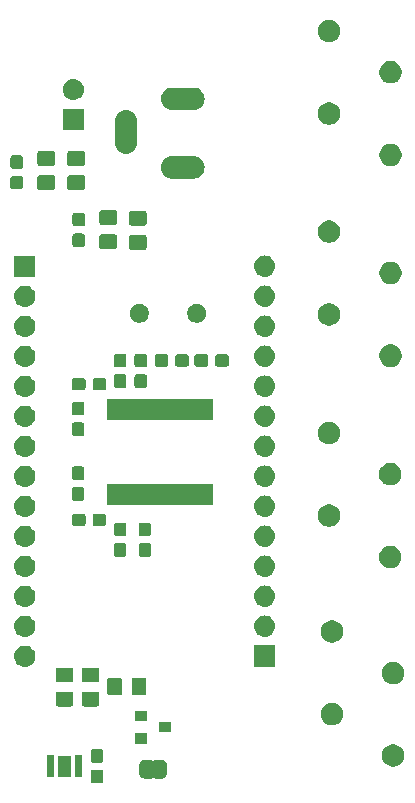
<source format=gbr>
G04 #@! TF.GenerationSoftware,KiCad,Pcbnew,(5.1.4)-1*
G04 #@! TF.CreationDate,2023-08-23T10:41:25+02:00*
G04 #@! TF.ProjectId,BeeWeight_MKRWAN_V4,42656557-6569-4676-9874-5f4d4b525741,V4*
G04 #@! TF.SameCoordinates,Original*
G04 #@! TF.FileFunction,Soldermask,Top*
G04 #@! TF.FilePolarity,Negative*
%FSLAX46Y46*%
G04 Gerber Fmt 4.6, Leading zero omitted, Abs format (unit mm)*
G04 Created by KiCad (PCBNEW (5.1.4)-1) date 2023-08-23 10:41:25*
%MOMM*%
%LPD*%
G04 APERTURE LIST*
%ADD10C,0.100000*%
G04 APERTURE END LIST*
D10*
G36*
X160114499Y-114803445D02*
G01*
X160151995Y-114814820D01*
X160186554Y-114833292D01*
X160216847Y-114858153D01*
X160241708Y-114888446D01*
X160260180Y-114923005D01*
X160271555Y-114960501D01*
X160276000Y-115005638D01*
X160276000Y-115744362D01*
X160271555Y-115789499D01*
X160260180Y-115826995D01*
X160241708Y-115861554D01*
X160216847Y-115891847D01*
X160186554Y-115916708D01*
X160151995Y-115935180D01*
X160114499Y-115946555D01*
X160069362Y-115951000D01*
X159430638Y-115951000D01*
X159385501Y-115946555D01*
X159348005Y-115935180D01*
X159313446Y-115916708D01*
X159283153Y-115891847D01*
X159258292Y-115861554D01*
X159239820Y-115826995D01*
X159228445Y-115789499D01*
X159224000Y-115744362D01*
X159224000Y-115005638D01*
X159228445Y-114960501D01*
X159239820Y-114923005D01*
X159258292Y-114888446D01*
X159283153Y-114858153D01*
X159313446Y-114833292D01*
X159348005Y-114814820D01*
X159385501Y-114803445D01*
X159430638Y-114799000D01*
X160069362Y-114799000D01*
X160114499Y-114803445D01*
X160114499Y-114803445D01*
G37*
G36*
X164359999Y-113949737D02*
G01*
X164369608Y-113952652D01*
X164378472Y-113957390D01*
X164386237Y-113963763D01*
X164396448Y-113976206D01*
X164403378Y-113986575D01*
X164420705Y-114003902D01*
X164441080Y-114017515D01*
X164463720Y-114026891D01*
X164487753Y-114031671D01*
X164512257Y-114031670D01*
X164536290Y-114026888D01*
X164558929Y-114017510D01*
X164579302Y-114003895D01*
X164596629Y-113986568D01*
X164603558Y-113976198D01*
X164613763Y-113963763D01*
X164621528Y-113957390D01*
X164630392Y-113952652D01*
X164640001Y-113949737D01*
X164656140Y-113948148D01*
X165143861Y-113948148D01*
X165162199Y-113949954D01*
X165174450Y-113950556D01*
X165192869Y-113950556D01*
X165215149Y-113952750D01*
X165299233Y-113969476D01*
X165320660Y-113975976D01*
X165399858Y-114008780D01*
X165405303Y-114011691D01*
X165405309Y-114011693D01*
X165414169Y-114016429D01*
X165414173Y-114016432D01*
X165419614Y-114019340D01*
X165490899Y-114066971D01*
X165508204Y-114081172D01*
X165568828Y-114141796D01*
X165583029Y-114159101D01*
X165630660Y-114230386D01*
X165633568Y-114235827D01*
X165633571Y-114235831D01*
X165638307Y-114244691D01*
X165638309Y-114244697D01*
X165641220Y-114250142D01*
X165674024Y-114329340D01*
X165680524Y-114350767D01*
X165697250Y-114434851D01*
X165699444Y-114457131D01*
X165699444Y-114475550D01*
X165700046Y-114487801D01*
X165701852Y-114506139D01*
X165701852Y-114993862D01*
X165700046Y-115012199D01*
X165699444Y-115024450D01*
X165699444Y-115042869D01*
X165697250Y-115065149D01*
X165680524Y-115149233D01*
X165674024Y-115170660D01*
X165641220Y-115249858D01*
X165638309Y-115255303D01*
X165638307Y-115255309D01*
X165633571Y-115264169D01*
X165633568Y-115264173D01*
X165630660Y-115269614D01*
X165583029Y-115340899D01*
X165568828Y-115358204D01*
X165508204Y-115418828D01*
X165490899Y-115433029D01*
X165419614Y-115480660D01*
X165414173Y-115483568D01*
X165414169Y-115483571D01*
X165405309Y-115488307D01*
X165405303Y-115488309D01*
X165399858Y-115491220D01*
X165320660Y-115524024D01*
X165299233Y-115530524D01*
X165215149Y-115547250D01*
X165192869Y-115549444D01*
X165174450Y-115549444D01*
X165162199Y-115550046D01*
X165143862Y-115551852D01*
X164656140Y-115551852D01*
X164640001Y-115550263D01*
X164630392Y-115547348D01*
X164621528Y-115542610D01*
X164613763Y-115536237D01*
X164603552Y-115523794D01*
X164596622Y-115513425D01*
X164579295Y-115496098D01*
X164558920Y-115482485D01*
X164536280Y-115473109D01*
X164512247Y-115468329D01*
X164487743Y-115468330D01*
X164463710Y-115473112D01*
X164441071Y-115482490D01*
X164420698Y-115496105D01*
X164403371Y-115513432D01*
X164396442Y-115523802D01*
X164386237Y-115536237D01*
X164378472Y-115542610D01*
X164369608Y-115547348D01*
X164359999Y-115550263D01*
X164343860Y-115551852D01*
X163856138Y-115551852D01*
X163837801Y-115550046D01*
X163825550Y-115549444D01*
X163807131Y-115549444D01*
X163784851Y-115547250D01*
X163700767Y-115530524D01*
X163679340Y-115524024D01*
X163600142Y-115491220D01*
X163594697Y-115488309D01*
X163594691Y-115488307D01*
X163585831Y-115483571D01*
X163585827Y-115483568D01*
X163580386Y-115480660D01*
X163509101Y-115433029D01*
X163491796Y-115418828D01*
X163431172Y-115358204D01*
X163416971Y-115340899D01*
X163369340Y-115269614D01*
X163366432Y-115264173D01*
X163366429Y-115264169D01*
X163361693Y-115255309D01*
X163361691Y-115255303D01*
X163358780Y-115249858D01*
X163325976Y-115170660D01*
X163319476Y-115149233D01*
X163302750Y-115065149D01*
X163300556Y-115042869D01*
X163300556Y-115024450D01*
X163299954Y-115012199D01*
X163298148Y-114993862D01*
X163298148Y-114506139D01*
X163299954Y-114487801D01*
X163300556Y-114475550D01*
X163300556Y-114457131D01*
X163302750Y-114434851D01*
X163319476Y-114350767D01*
X163325976Y-114329340D01*
X163358780Y-114250142D01*
X163361691Y-114244697D01*
X163361693Y-114244691D01*
X163366429Y-114235831D01*
X163366432Y-114235827D01*
X163369340Y-114230386D01*
X163416971Y-114159101D01*
X163431172Y-114141796D01*
X163491796Y-114081172D01*
X163509101Y-114066971D01*
X163580386Y-114019340D01*
X163585827Y-114016432D01*
X163585831Y-114016429D01*
X163594691Y-114011693D01*
X163594697Y-114011691D01*
X163600142Y-114008780D01*
X163679340Y-113975976D01*
X163700767Y-113969476D01*
X163784851Y-113952750D01*
X163807131Y-113950556D01*
X163825550Y-113950556D01*
X163837801Y-113949954D01*
X163856139Y-113948148D01*
X164343860Y-113948148D01*
X164359999Y-113949737D01*
X164359999Y-113949737D01*
G37*
G36*
X158501000Y-115426000D02*
G01*
X157849000Y-115426000D01*
X157849000Y-113574000D01*
X158501000Y-113574000D01*
X158501000Y-115426000D01*
X158501000Y-115426000D01*
G37*
G36*
X156151000Y-115426000D02*
G01*
X155499000Y-115426000D01*
X155499000Y-113574000D01*
X156151000Y-113574000D01*
X156151000Y-115426000D01*
X156151000Y-115426000D01*
G37*
G36*
X157551000Y-115401000D02*
G01*
X156449000Y-115401000D01*
X156449000Y-113599000D01*
X157551000Y-113599000D01*
X157551000Y-115401000D01*
X157551000Y-115401000D01*
G37*
G36*
X185105695Y-112684746D02*
G01*
X185278766Y-112756434D01*
X185278767Y-112756435D01*
X185434527Y-112860510D01*
X185566990Y-112992973D01*
X185566991Y-112992975D01*
X185671066Y-113148734D01*
X185742754Y-113321805D01*
X185779300Y-113505533D01*
X185779300Y-113692867D01*
X185742754Y-113876595D01*
X185671066Y-114049666D01*
X185650014Y-114081172D01*
X185566990Y-114205427D01*
X185434527Y-114337890D01*
X185415255Y-114350767D01*
X185278766Y-114441966D01*
X185105695Y-114513654D01*
X184921967Y-114550200D01*
X184734633Y-114550200D01*
X184550905Y-114513654D01*
X184377834Y-114441966D01*
X184241345Y-114350767D01*
X184222073Y-114337890D01*
X184089610Y-114205427D01*
X184006586Y-114081172D01*
X183985534Y-114049666D01*
X183913846Y-113876595D01*
X183877300Y-113692867D01*
X183877300Y-113505533D01*
X183913846Y-113321805D01*
X183985534Y-113148734D01*
X184089609Y-112992975D01*
X184089610Y-112992973D01*
X184222073Y-112860510D01*
X184377833Y-112756435D01*
X184377834Y-112756434D01*
X184550905Y-112684746D01*
X184734633Y-112648200D01*
X184921967Y-112648200D01*
X185105695Y-112684746D01*
X185105695Y-112684746D01*
G37*
G36*
X160114499Y-113053445D02*
G01*
X160151995Y-113064820D01*
X160186554Y-113083292D01*
X160216847Y-113108153D01*
X160241708Y-113138446D01*
X160260180Y-113173005D01*
X160271555Y-113210501D01*
X160276000Y-113255638D01*
X160276000Y-113994362D01*
X160271555Y-114039499D01*
X160260180Y-114076995D01*
X160241708Y-114111554D01*
X160216847Y-114141847D01*
X160186554Y-114166708D01*
X160151995Y-114185180D01*
X160114499Y-114196555D01*
X160069362Y-114201000D01*
X159430638Y-114201000D01*
X159385501Y-114196555D01*
X159348005Y-114185180D01*
X159313446Y-114166708D01*
X159283153Y-114141847D01*
X159258292Y-114111554D01*
X159239820Y-114076995D01*
X159228445Y-114039499D01*
X159224000Y-113994362D01*
X159224000Y-113255638D01*
X159228445Y-113210501D01*
X159239820Y-113173005D01*
X159258292Y-113138446D01*
X159283153Y-113108153D01*
X159313446Y-113083292D01*
X159348005Y-113064820D01*
X159385501Y-113053445D01*
X159430638Y-113049000D01*
X160069362Y-113049000D01*
X160114499Y-113053445D01*
X160114499Y-113053445D01*
G37*
G36*
X164001000Y-112601000D02*
G01*
X162999000Y-112601000D01*
X162999000Y-111699000D01*
X164001000Y-111699000D01*
X164001000Y-112601000D01*
X164001000Y-112601000D01*
G37*
G36*
X166001000Y-111651000D02*
G01*
X164999000Y-111651000D01*
X164999000Y-110749000D01*
X166001000Y-110749000D01*
X166001000Y-111651000D01*
X166001000Y-111651000D01*
G37*
G36*
X179905695Y-109184746D02*
G01*
X180078766Y-109256434D01*
X180078767Y-109256435D01*
X180234527Y-109360510D01*
X180366990Y-109492973D01*
X180366991Y-109492975D01*
X180471066Y-109648734D01*
X180542754Y-109821805D01*
X180579300Y-110005533D01*
X180579300Y-110192867D01*
X180542754Y-110376595D01*
X180471066Y-110549666D01*
X180471065Y-110549667D01*
X180366990Y-110705427D01*
X180234527Y-110837890D01*
X180156118Y-110890281D01*
X180078766Y-110941966D01*
X179905695Y-111013654D01*
X179721967Y-111050200D01*
X179534633Y-111050200D01*
X179350905Y-111013654D01*
X179177834Y-110941966D01*
X179100482Y-110890281D01*
X179022073Y-110837890D01*
X178889610Y-110705427D01*
X178785535Y-110549667D01*
X178785534Y-110549666D01*
X178713846Y-110376595D01*
X178677300Y-110192867D01*
X178677300Y-110005533D01*
X178713846Y-109821805D01*
X178785534Y-109648734D01*
X178889609Y-109492975D01*
X178889610Y-109492973D01*
X179022073Y-109360510D01*
X179177833Y-109256435D01*
X179177834Y-109256434D01*
X179350905Y-109184746D01*
X179534633Y-109148200D01*
X179721967Y-109148200D01*
X179905695Y-109184746D01*
X179905695Y-109184746D01*
G37*
G36*
X164001000Y-110701000D02*
G01*
X162999000Y-110701000D01*
X162999000Y-109799000D01*
X164001000Y-109799000D01*
X164001000Y-110701000D01*
X164001000Y-110701000D01*
G37*
G36*
X159788674Y-108203465D02*
G01*
X159826367Y-108214899D01*
X159861103Y-108233466D01*
X159891548Y-108258452D01*
X159916534Y-108288897D01*
X159935101Y-108323633D01*
X159946535Y-108361326D01*
X159951000Y-108406661D01*
X159951000Y-109243339D01*
X159946535Y-109288674D01*
X159935101Y-109326367D01*
X159916534Y-109361103D01*
X159891548Y-109391548D01*
X159861103Y-109416534D01*
X159826367Y-109435101D01*
X159788674Y-109446535D01*
X159743339Y-109451000D01*
X158656661Y-109451000D01*
X158611326Y-109446535D01*
X158573633Y-109435101D01*
X158538897Y-109416534D01*
X158508452Y-109391548D01*
X158483466Y-109361103D01*
X158464899Y-109326367D01*
X158453465Y-109288674D01*
X158449000Y-109243339D01*
X158449000Y-108406661D01*
X158453465Y-108361326D01*
X158464899Y-108323633D01*
X158483466Y-108288897D01*
X158508452Y-108258452D01*
X158538897Y-108233466D01*
X158573633Y-108214899D01*
X158611326Y-108203465D01*
X158656661Y-108199000D01*
X159743339Y-108199000D01*
X159788674Y-108203465D01*
X159788674Y-108203465D01*
G37*
G36*
X157588674Y-108203465D02*
G01*
X157626367Y-108214899D01*
X157661103Y-108233466D01*
X157691548Y-108258452D01*
X157716534Y-108288897D01*
X157735101Y-108323633D01*
X157746535Y-108361326D01*
X157751000Y-108406661D01*
X157751000Y-109243339D01*
X157746535Y-109288674D01*
X157735101Y-109326367D01*
X157716534Y-109361103D01*
X157691548Y-109391548D01*
X157661103Y-109416534D01*
X157626367Y-109435101D01*
X157588674Y-109446535D01*
X157543339Y-109451000D01*
X156456661Y-109451000D01*
X156411326Y-109446535D01*
X156373633Y-109435101D01*
X156338897Y-109416534D01*
X156308452Y-109391548D01*
X156283466Y-109361103D01*
X156264899Y-109326367D01*
X156253465Y-109288674D01*
X156249000Y-109243339D01*
X156249000Y-108406661D01*
X156253465Y-108361326D01*
X156264899Y-108323633D01*
X156283466Y-108288897D01*
X156308452Y-108258452D01*
X156338897Y-108233466D01*
X156373633Y-108214899D01*
X156411326Y-108203465D01*
X156456661Y-108199000D01*
X157543339Y-108199000D01*
X157588674Y-108203465D01*
X157588674Y-108203465D01*
G37*
G36*
X163763674Y-107003465D02*
G01*
X163801367Y-107014899D01*
X163836103Y-107033466D01*
X163866548Y-107058452D01*
X163891534Y-107088897D01*
X163910101Y-107123633D01*
X163921535Y-107161326D01*
X163926000Y-107206661D01*
X163926000Y-108293339D01*
X163921535Y-108338674D01*
X163910101Y-108376367D01*
X163891534Y-108411103D01*
X163866548Y-108441548D01*
X163836103Y-108466534D01*
X163801367Y-108485101D01*
X163763674Y-108496535D01*
X163718339Y-108501000D01*
X162881661Y-108501000D01*
X162836326Y-108496535D01*
X162798633Y-108485101D01*
X162763897Y-108466534D01*
X162733452Y-108441548D01*
X162708466Y-108411103D01*
X162689899Y-108376367D01*
X162678465Y-108338674D01*
X162674000Y-108293339D01*
X162674000Y-107206661D01*
X162678465Y-107161326D01*
X162689899Y-107123633D01*
X162708466Y-107088897D01*
X162733452Y-107058452D01*
X162763897Y-107033466D01*
X162798633Y-107014899D01*
X162836326Y-107003465D01*
X162881661Y-106999000D01*
X163718339Y-106999000D01*
X163763674Y-107003465D01*
X163763674Y-107003465D01*
G37*
G36*
X161713674Y-107003465D02*
G01*
X161751367Y-107014899D01*
X161786103Y-107033466D01*
X161816548Y-107058452D01*
X161841534Y-107088897D01*
X161860101Y-107123633D01*
X161871535Y-107161326D01*
X161876000Y-107206661D01*
X161876000Y-108293339D01*
X161871535Y-108338674D01*
X161860101Y-108376367D01*
X161841534Y-108411103D01*
X161816548Y-108441548D01*
X161786103Y-108466534D01*
X161751367Y-108485101D01*
X161713674Y-108496535D01*
X161668339Y-108501000D01*
X160831661Y-108501000D01*
X160786326Y-108496535D01*
X160748633Y-108485101D01*
X160713897Y-108466534D01*
X160683452Y-108441548D01*
X160658466Y-108411103D01*
X160639899Y-108376367D01*
X160628465Y-108338674D01*
X160624000Y-108293339D01*
X160624000Y-107206661D01*
X160628465Y-107161326D01*
X160639899Y-107123633D01*
X160658466Y-107088897D01*
X160683452Y-107058452D01*
X160713897Y-107033466D01*
X160748633Y-107014899D01*
X160786326Y-107003465D01*
X160831661Y-106999000D01*
X161668339Y-106999000D01*
X161713674Y-107003465D01*
X161713674Y-107003465D01*
G37*
G36*
X185105695Y-105684746D02*
G01*
X185278766Y-105756434D01*
X185278767Y-105756435D01*
X185434527Y-105860510D01*
X185566990Y-105992973D01*
X185566991Y-105992975D01*
X185671066Y-106148734D01*
X185742754Y-106321805D01*
X185779300Y-106505533D01*
X185779300Y-106692867D01*
X185742754Y-106876595D01*
X185671066Y-107049666D01*
X185624096Y-107119962D01*
X185566990Y-107205427D01*
X185434527Y-107337890D01*
X185363870Y-107385101D01*
X185278766Y-107441966D01*
X185105695Y-107513654D01*
X184921967Y-107550200D01*
X184734633Y-107550200D01*
X184550905Y-107513654D01*
X184377834Y-107441966D01*
X184292730Y-107385101D01*
X184222073Y-107337890D01*
X184089610Y-107205427D01*
X184032504Y-107119962D01*
X183985534Y-107049666D01*
X183913846Y-106876595D01*
X183877300Y-106692867D01*
X183877300Y-106505533D01*
X183913846Y-106321805D01*
X183985534Y-106148734D01*
X184089609Y-105992975D01*
X184089610Y-105992973D01*
X184222073Y-105860510D01*
X184377833Y-105756435D01*
X184377834Y-105756434D01*
X184550905Y-105684746D01*
X184734633Y-105648200D01*
X184921967Y-105648200D01*
X185105695Y-105684746D01*
X185105695Y-105684746D01*
G37*
G36*
X157588674Y-106153465D02*
G01*
X157626367Y-106164899D01*
X157661103Y-106183466D01*
X157691548Y-106208452D01*
X157716534Y-106238897D01*
X157735101Y-106273633D01*
X157746535Y-106311326D01*
X157751000Y-106356661D01*
X157751000Y-107193339D01*
X157746535Y-107238674D01*
X157735101Y-107276367D01*
X157716534Y-107311103D01*
X157691548Y-107341548D01*
X157661103Y-107366534D01*
X157626367Y-107385101D01*
X157588674Y-107396535D01*
X157543339Y-107401000D01*
X156456661Y-107401000D01*
X156411326Y-107396535D01*
X156373633Y-107385101D01*
X156338897Y-107366534D01*
X156308452Y-107341548D01*
X156283466Y-107311103D01*
X156264899Y-107276367D01*
X156253465Y-107238674D01*
X156249000Y-107193339D01*
X156249000Y-106356661D01*
X156253465Y-106311326D01*
X156264899Y-106273633D01*
X156283466Y-106238897D01*
X156308452Y-106208452D01*
X156338897Y-106183466D01*
X156373633Y-106164899D01*
X156411326Y-106153465D01*
X156456661Y-106149000D01*
X157543339Y-106149000D01*
X157588674Y-106153465D01*
X157588674Y-106153465D01*
G37*
G36*
X159788674Y-106153465D02*
G01*
X159826367Y-106164899D01*
X159861103Y-106183466D01*
X159891548Y-106208452D01*
X159916534Y-106238897D01*
X159935101Y-106273633D01*
X159946535Y-106311326D01*
X159951000Y-106356661D01*
X159951000Y-107193339D01*
X159946535Y-107238674D01*
X159935101Y-107276367D01*
X159916534Y-107311103D01*
X159891548Y-107341548D01*
X159861103Y-107366534D01*
X159826367Y-107385101D01*
X159788674Y-107396535D01*
X159743339Y-107401000D01*
X158656661Y-107401000D01*
X158611326Y-107396535D01*
X158573633Y-107385101D01*
X158538897Y-107366534D01*
X158508452Y-107341548D01*
X158483466Y-107311103D01*
X158464899Y-107276367D01*
X158453465Y-107238674D01*
X158449000Y-107193339D01*
X158449000Y-106356661D01*
X158453465Y-106311326D01*
X158464899Y-106273633D01*
X158483466Y-106238897D01*
X158508452Y-106208452D01*
X158538897Y-106183466D01*
X158573633Y-106164899D01*
X158611326Y-106153465D01*
X158656661Y-106149000D01*
X159743339Y-106149000D01*
X159788674Y-106153465D01*
X159788674Y-106153465D01*
G37*
G36*
X153742343Y-104299619D02*
G01*
X153808527Y-104306137D01*
X153978366Y-104357657D01*
X154134891Y-104441322D01*
X154170629Y-104470652D01*
X154272086Y-104553914D01*
X154355348Y-104655371D01*
X154384678Y-104691109D01*
X154468343Y-104847634D01*
X154519863Y-105017473D01*
X154537259Y-105194100D01*
X154519863Y-105370727D01*
X154468343Y-105540566D01*
X154384678Y-105697091D01*
X154355348Y-105732829D01*
X154272086Y-105834286D01*
X154170629Y-105917548D01*
X154134891Y-105946878D01*
X153978366Y-106030543D01*
X153808527Y-106082063D01*
X153742342Y-106088582D01*
X153676160Y-106095100D01*
X153587640Y-106095100D01*
X153521458Y-106088582D01*
X153455273Y-106082063D01*
X153285434Y-106030543D01*
X153128909Y-105946878D01*
X153093171Y-105917548D01*
X152991714Y-105834286D01*
X152908452Y-105732829D01*
X152879122Y-105697091D01*
X152795457Y-105540566D01*
X152743937Y-105370727D01*
X152726541Y-105194100D01*
X152743937Y-105017473D01*
X152795457Y-104847634D01*
X152879122Y-104691109D01*
X152908452Y-104655371D01*
X152991714Y-104553914D01*
X153093171Y-104470652D01*
X153128909Y-104441322D01*
X153285434Y-104357657D01*
X153455273Y-104306137D01*
X153521458Y-104299618D01*
X153587640Y-104293100D01*
X153676160Y-104293100D01*
X153742343Y-104299619D01*
X153742343Y-104299619D01*
G37*
G36*
X174840200Y-106082400D02*
G01*
X173038200Y-106082400D01*
X173038200Y-104280400D01*
X174840200Y-104280400D01*
X174840200Y-106082400D01*
X174840200Y-106082400D01*
G37*
G36*
X179905695Y-102184746D02*
G01*
X180078766Y-102256434D01*
X180078767Y-102256435D01*
X180234527Y-102360510D01*
X180366990Y-102492973D01*
X180366991Y-102492975D01*
X180471066Y-102648734D01*
X180542754Y-102821805D01*
X180579300Y-103005533D01*
X180579300Y-103192867D01*
X180542754Y-103376595D01*
X180471066Y-103549666D01*
X180471065Y-103549667D01*
X180366990Y-103705427D01*
X180234527Y-103837890D01*
X180156118Y-103890281D01*
X180078766Y-103941966D01*
X179905695Y-104013654D01*
X179721967Y-104050200D01*
X179534633Y-104050200D01*
X179350905Y-104013654D01*
X179177834Y-103941966D01*
X179100482Y-103890281D01*
X179022073Y-103837890D01*
X178889610Y-103705427D01*
X178785535Y-103549667D01*
X178785534Y-103549666D01*
X178713846Y-103376595D01*
X178677300Y-103192867D01*
X178677300Y-103005533D01*
X178713846Y-102821805D01*
X178785534Y-102648734D01*
X178889609Y-102492975D01*
X178889610Y-102492973D01*
X179022073Y-102360510D01*
X179177833Y-102256435D01*
X179177834Y-102256434D01*
X179350905Y-102184746D01*
X179534633Y-102148200D01*
X179721967Y-102148200D01*
X179905695Y-102184746D01*
X179905695Y-102184746D01*
G37*
G36*
X153742343Y-101759619D02*
G01*
X153808527Y-101766137D01*
X153978366Y-101817657D01*
X154134891Y-101901322D01*
X154170629Y-101930652D01*
X154272086Y-102013914D01*
X154355348Y-102115371D01*
X154384678Y-102151109D01*
X154468343Y-102307634D01*
X154519863Y-102477473D01*
X154537259Y-102654100D01*
X154519863Y-102830727D01*
X154468343Y-103000566D01*
X154384678Y-103157091D01*
X154355348Y-103192829D01*
X154272086Y-103294286D01*
X154171791Y-103376595D01*
X154134891Y-103406878D01*
X153978366Y-103490543D01*
X153808527Y-103542063D01*
X153742343Y-103548581D01*
X153676160Y-103555100D01*
X153587640Y-103555100D01*
X153521457Y-103548581D01*
X153455273Y-103542063D01*
X153285434Y-103490543D01*
X153128909Y-103406878D01*
X153092009Y-103376595D01*
X152991714Y-103294286D01*
X152908452Y-103192829D01*
X152879122Y-103157091D01*
X152795457Y-103000566D01*
X152743937Y-102830727D01*
X152726541Y-102654100D01*
X152743937Y-102477473D01*
X152795457Y-102307634D01*
X152879122Y-102151109D01*
X152908452Y-102115371D01*
X152991714Y-102013914D01*
X153093171Y-101930652D01*
X153128909Y-101901322D01*
X153285434Y-101817657D01*
X153455273Y-101766137D01*
X153521457Y-101759619D01*
X153587640Y-101753100D01*
X153676160Y-101753100D01*
X153742343Y-101759619D01*
X153742343Y-101759619D01*
G37*
G36*
X174049642Y-101746918D02*
G01*
X174115827Y-101753437D01*
X174285666Y-101804957D01*
X174442191Y-101888622D01*
X174477929Y-101917952D01*
X174579386Y-102001214D01*
X174662648Y-102102671D01*
X174691978Y-102138409D01*
X174775643Y-102294934D01*
X174827163Y-102464773D01*
X174844559Y-102641400D01*
X174827163Y-102818027D01*
X174775643Y-102987866D01*
X174691978Y-103144391D01*
X174681557Y-103157089D01*
X174579386Y-103281586D01*
X174477929Y-103364848D01*
X174442191Y-103394178D01*
X174285666Y-103477843D01*
X174115827Y-103529363D01*
X174049643Y-103535881D01*
X173983460Y-103542400D01*
X173894940Y-103542400D01*
X173828758Y-103535882D01*
X173762573Y-103529363D01*
X173592734Y-103477843D01*
X173436209Y-103394178D01*
X173400471Y-103364848D01*
X173299014Y-103281586D01*
X173196843Y-103157089D01*
X173186422Y-103144391D01*
X173102757Y-102987866D01*
X173051237Y-102818027D01*
X173033841Y-102641400D01*
X173051237Y-102464773D01*
X173102757Y-102294934D01*
X173186422Y-102138409D01*
X173215752Y-102102671D01*
X173299014Y-102001214D01*
X173400471Y-101917952D01*
X173436209Y-101888622D01*
X173592734Y-101804957D01*
X173762573Y-101753437D01*
X173828758Y-101746918D01*
X173894940Y-101740400D01*
X173983460Y-101740400D01*
X174049642Y-101746918D01*
X174049642Y-101746918D01*
G37*
G36*
X153742342Y-99219618D02*
G01*
X153808527Y-99226137D01*
X153978366Y-99277657D01*
X154134891Y-99361322D01*
X154170629Y-99390652D01*
X154272086Y-99473914D01*
X154355348Y-99575371D01*
X154384678Y-99611109D01*
X154468343Y-99767634D01*
X154519863Y-99937473D01*
X154537259Y-100114100D01*
X154519863Y-100290727D01*
X154468343Y-100460566D01*
X154384678Y-100617091D01*
X154355348Y-100652829D01*
X154272086Y-100754286D01*
X154170629Y-100837548D01*
X154134891Y-100866878D01*
X153978366Y-100950543D01*
X153808527Y-101002063D01*
X153742343Y-101008581D01*
X153676160Y-101015100D01*
X153587640Y-101015100D01*
X153521458Y-101008582D01*
X153455273Y-101002063D01*
X153285434Y-100950543D01*
X153128909Y-100866878D01*
X153093171Y-100837548D01*
X152991714Y-100754286D01*
X152908452Y-100652829D01*
X152879122Y-100617091D01*
X152795457Y-100460566D01*
X152743937Y-100290727D01*
X152726541Y-100114100D01*
X152743937Y-99937473D01*
X152795457Y-99767634D01*
X152879122Y-99611109D01*
X152908452Y-99575371D01*
X152991714Y-99473914D01*
X153093171Y-99390652D01*
X153128909Y-99361322D01*
X153285434Y-99277657D01*
X153455273Y-99226137D01*
X153521458Y-99219618D01*
X153587640Y-99213100D01*
X153676160Y-99213100D01*
X153742342Y-99219618D01*
X153742342Y-99219618D01*
G37*
G36*
X174049643Y-99206919D02*
G01*
X174115827Y-99213437D01*
X174285666Y-99264957D01*
X174442191Y-99348622D01*
X174477929Y-99377952D01*
X174579386Y-99461214D01*
X174662648Y-99562671D01*
X174691978Y-99598409D01*
X174775643Y-99754934D01*
X174827163Y-99924773D01*
X174844559Y-100101400D01*
X174827163Y-100278027D01*
X174775643Y-100447866D01*
X174691978Y-100604391D01*
X174681557Y-100617089D01*
X174579386Y-100741586D01*
X174477929Y-100824848D01*
X174442191Y-100854178D01*
X174285666Y-100937843D01*
X174115827Y-100989363D01*
X174049642Y-100995882D01*
X173983460Y-101002400D01*
X173894940Y-101002400D01*
X173828758Y-100995882D01*
X173762573Y-100989363D01*
X173592734Y-100937843D01*
X173436209Y-100854178D01*
X173400471Y-100824848D01*
X173299014Y-100741586D01*
X173196843Y-100617089D01*
X173186422Y-100604391D01*
X173102757Y-100447866D01*
X173051237Y-100278027D01*
X173033841Y-100101400D01*
X173051237Y-99924773D01*
X173102757Y-99754934D01*
X173186422Y-99598409D01*
X173215752Y-99562671D01*
X173299014Y-99461214D01*
X173400471Y-99377952D01*
X173436209Y-99348622D01*
X173592734Y-99264957D01*
X173762573Y-99213437D01*
X173828758Y-99206918D01*
X173894940Y-99200400D01*
X173983460Y-99200400D01*
X174049643Y-99206919D01*
X174049643Y-99206919D01*
G37*
G36*
X153742343Y-96679619D02*
G01*
X153808527Y-96686137D01*
X153978366Y-96737657D01*
X154134891Y-96821322D01*
X154170629Y-96850652D01*
X154272086Y-96933914D01*
X154355348Y-97035371D01*
X154384678Y-97071109D01*
X154468343Y-97227634D01*
X154519863Y-97397473D01*
X154537259Y-97574100D01*
X154519863Y-97750727D01*
X154468343Y-97920566D01*
X154384678Y-98077091D01*
X154355348Y-98112829D01*
X154272086Y-98214286D01*
X154170629Y-98297548D01*
X154134891Y-98326878D01*
X153978366Y-98410543D01*
X153808527Y-98462063D01*
X153742342Y-98468582D01*
X153676160Y-98475100D01*
X153587640Y-98475100D01*
X153521457Y-98468581D01*
X153455273Y-98462063D01*
X153285434Y-98410543D01*
X153128909Y-98326878D01*
X153093171Y-98297548D01*
X152991714Y-98214286D01*
X152908452Y-98112829D01*
X152879122Y-98077091D01*
X152795457Y-97920566D01*
X152743937Y-97750727D01*
X152726541Y-97574100D01*
X152743937Y-97397473D01*
X152795457Y-97227634D01*
X152879122Y-97071109D01*
X152908452Y-97035371D01*
X152991714Y-96933914D01*
X153093171Y-96850652D01*
X153128909Y-96821322D01*
X153285434Y-96737657D01*
X153455273Y-96686137D01*
X153521458Y-96679618D01*
X153587640Y-96673100D01*
X153676160Y-96673100D01*
X153742343Y-96679619D01*
X153742343Y-96679619D01*
G37*
G36*
X174049642Y-96666918D02*
G01*
X174115827Y-96673437D01*
X174285666Y-96724957D01*
X174442191Y-96808622D01*
X174477929Y-96837952D01*
X174579386Y-96921214D01*
X174662648Y-97022671D01*
X174691978Y-97058409D01*
X174775643Y-97214934D01*
X174827163Y-97384773D01*
X174844559Y-97561400D01*
X174827163Y-97738027D01*
X174775643Y-97907866D01*
X174691978Y-98064391D01*
X174681557Y-98077089D01*
X174579386Y-98201586D01*
X174477929Y-98284848D01*
X174442191Y-98314178D01*
X174285666Y-98397843D01*
X174115827Y-98449363D01*
X174049643Y-98455881D01*
X173983460Y-98462400D01*
X173894940Y-98462400D01*
X173828757Y-98455881D01*
X173762573Y-98449363D01*
X173592734Y-98397843D01*
X173436209Y-98314178D01*
X173400471Y-98284848D01*
X173299014Y-98201586D01*
X173196843Y-98077089D01*
X173186422Y-98064391D01*
X173102757Y-97907866D01*
X173051237Y-97738027D01*
X173033841Y-97561400D01*
X173051237Y-97384773D01*
X173102757Y-97214934D01*
X173186422Y-97058409D01*
X173215752Y-97022671D01*
X173299014Y-96921214D01*
X173400471Y-96837952D01*
X173436209Y-96808622D01*
X173592734Y-96724957D01*
X173762573Y-96673437D01*
X173828758Y-96666918D01*
X173894940Y-96660400D01*
X173983460Y-96660400D01*
X174049642Y-96666918D01*
X174049642Y-96666918D01*
G37*
G36*
X184855695Y-95869746D02*
G01*
X185028766Y-95941434D01*
X185028767Y-95941435D01*
X185184527Y-96045510D01*
X185316990Y-96177973D01*
X185316991Y-96177975D01*
X185421066Y-96333734D01*
X185492754Y-96506805D01*
X185529300Y-96690533D01*
X185529300Y-96877867D01*
X185492754Y-97061595D01*
X185421066Y-97234666D01*
X185421065Y-97234667D01*
X185316990Y-97390427D01*
X185184527Y-97522890D01*
X185126892Y-97561400D01*
X185028766Y-97626966D01*
X184855695Y-97698654D01*
X184671967Y-97735200D01*
X184484633Y-97735200D01*
X184300905Y-97698654D01*
X184127834Y-97626966D01*
X184029708Y-97561400D01*
X183972073Y-97522890D01*
X183839610Y-97390427D01*
X183735535Y-97234667D01*
X183735534Y-97234666D01*
X183663846Y-97061595D01*
X183627300Y-96877867D01*
X183627300Y-96690533D01*
X183663846Y-96506805D01*
X183735534Y-96333734D01*
X183839609Y-96177975D01*
X183839610Y-96177973D01*
X183972073Y-96045510D01*
X184127833Y-95941435D01*
X184127834Y-95941434D01*
X184300905Y-95869746D01*
X184484633Y-95833200D01*
X184671967Y-95833200D01*
X184855695Y-95869746D01*
X184855695Y-95869746D01*
G37*
G36*
X164164499Y-95628445D02*
G01*
X164201995Y-95639820D01*
X164236554Y-95658292D01*
X164266847Y-95683153D01*
X164291708Y-95713446D01*
X164310180Y-95748005D01*
X164321555Y-95785501D01*
X164326000Y-95830638D01*
X164326000Y-96569362D01*
X164321555Y-96614499D01*
X164310180Y-96651995D01*
X164291708Y-96686554D01*
X164266847Y-96716847D01*
X164236554Y-96741708D01*
X164201995Y-96760180D01*
X164164499Y-96771555D01*
X164119362Y-96776000D01*
X163480638Y-96776000D01*
X163435501Y-96771555D01*
X163398005Y-96760180D01*
X163363446Y-96741708D01*
X163333153Y-96716847D01*
X163308292Y-96686554D01*
X163289820Y-96651995D01*
X163278445Y-96614499D01*
X163274000Y-96569362D01*
X163274000Y-95830638D01*
X163278445Y-95785501D01*
X163289820Y-95748005D01*
X163308292Y-95713446D01*
X163333153Y-95683153D01*
X163363446Y-95658292D01*
X163398005Y-95639820D01*
X163435501Y-95628445D01*
X163480638Y-95624000D01*
X164119362Y-95624000D01*
X164164499Y-95628445D01*
X164164499Y-95628445D01*
G37*
G36*
X162064499Y-95628445D02*
G01*
X162101995Y-95639820D01*
X162136554Y-95658292D01*
X162166847Y-95683153D01*
X162191708Y-95713446D01*
X162210180Y-95748005D01*
X162221555Y-95785501D01*
X162226000Y-95830638D01*
X162226000Y-96569362D01*
X162221555Y-96614499D01*
X162210180Y-96651995D01*
X162191708Y-96686554D01*
X162166847Y-96716847D01*
X162136554Y-96741708D01*
X162101995Y-96760180D01*
X162064499Y-96771555D01*
X162019362Y-96776000D01*
X161380638Y-96776000D01*
X161335501Y-96771555D01*
X161298005Y-96760180D01*
X161263446Y-96741708D01*
X161233153Y-96716847D01*
X161208292Y-96686554D01*
X161189820Y-96651995D01*
X161178445Y-96614499D01*
X161174000Y-96569362D01*
X161174000Y-95830638D01*
X161178445Y-95785501D01*
X161189820Y-95748005D01*
X161208292Y-95713446D01*
X161233153Y-95683153D01*
X161263446Y-95658292D01*
X161298005Y-95639820D01*
X161335501Y-95628445D01*
X161380638Y-95624000D01*
X162019362Y-95624000D01*
X162064499Y-95628445D01*
X162064499Y-95628445D01*
G37*
G36*
X153742343Y-94139619D02*
G01*
X153808527Y-94146137D01*
X153978366Y-94197657D01*
X154134891Y-94281322D01*
X154170629Y-94310652D01*
X154272086Y-94393914D01*
X154355348Y-94495371D01*
X154384678Y-94531109D01*
X154468343Y-94687634D01*
X154519863Y-94857473D01*
X154537259Y-95034100D01*
X154519863Y-95210727D01*
X154468343Y-95380566D01*
X154384678Y-95537091D01*
X154355348Y-95572829D01*
X154272086Y-95674286D01*
X154182258Y-95748005D01*
X154134891Y-95786878D01*
X153978366Y-95870543D01*
X153808527Y-95922063D01*
X153742343Y-95928581D01*
X153676160Y-95935100D01*
X153587640Y-95935100D01*
X153521457Y-95928581D01*
X153455273Y-95922063D01*
X153285434Y-95870543D01*
X153128909Y-95786878D01*
X153081542Y-95748005D01*
X152991714Y-95674286D01*
X152908452Y-95572829D01*
X152879122Y-95537091D01*
X152795457Y-95380566D01*
X152743937Y-95210727D01*
X152726541Y-95034100D01*
X152743937Y-94857473D01*
X152795457Y-94687634D01*
X152879122Y-94531109D01*
X152908452Y-94495371D01*
X152991714Y-94393914D01*
X153093171Y-94310652D01*
X153128909Y-94281322D01*
X153285434Y-94197657D01*
X153455273Y-94146137D01*
X153521457Y-94139619D01*
X153587640Y-94133100D01*
X153676160Y-94133100D01*
X153742343Y-94139619D01*
X153742343Y-94139619D01*
G37*
G36*
X174049643Y-94126919D02*
G01*
X174115827Y-94133437D01*
X174285666Y-94184957D01*
X174442191Y-94268622D01*
X174477929Y-94297952D01*
X174579386Y-94381214D01*
X174662648Y-94482671D01*
X174691978Y-94518409D01*
X174775643Y-94674934D01*
X174827163Y-94844773D01*
X174844559Y-95021400D01*
X174827163Y-95198027D01*
X174775643Y-95367866D01*
X174691978Y-95524391D01*
X174681557Y-95537089D01*
X174579386Y-95661586D01*
X174516193Y-95713446D01*
X174442191Y-95774178D01*
X174442189Y-95774179D01*
X174331770Y-95833200D01*
X174285666Y-95857843D01*
X174115827Y-95909363D01*
X174049642Y-95915882D01*
X173983460Y-95922400D01*
X173894940Y-95922400D01*
X173828758Y-95915882D01*
X173762573Y-95909363D01*
X173592734Y-95857843D01*
X173546631Y-95833200D01*
X173436211Y-95774179D01*
X173436209Y-95774178D01*
X173362207Y-95713446D01*
X173299014Y-95661586D01*
X173196843Y-95537089D01*
X173186422Y-95524391D01*
X173102757Y-95367866D01*
X173051237Y-95198027D01*
X173033841Y-95021400D01*
X173051237Y-94844773D01*
X173102757Y-94674934D01*
X173186422Y-94518409D01*
X173215752Y-94482671D01*
X173299014Y-94381214D01*
X173400471Y-94297952D01*
X173436209Y-94268622D01*
X173592734Y-94184957D01*
X173762573Y-94133437D01*
X173828757Y-94126919D01*
X173894940Y-94120400D01*
X173983460Y-94120400D01*
X174049643Y-94126919D01*
X174049643Y-94126919D01*
G37*
G36*
X164164499Y-93878445D02*
G01*
X164201995Y-93889820D01*
X164236554Y-93908292D01*
X164266847Y-93933153D01*
X164291708Y-93963446D01*
X164310180Y-93998005D01*
X164321555Y-94035501D01*
X164326000Y-94080638D01*
X164326000Y-94819362D01*
X164321555Y-94864499D01*
X164310180Y-94901995D01*
X164291708Y-94936554D01*
X164266847Y-94966847D01*
X164236554Y-94991708D01*
X164201995Y-95010180D01*
X164164499Y-95021555D01*
X164119362Y-95026000D01*
X163480638Y-95026000D01*
X163435501Y-95021555D01*
X163398005Y-95010180D01*
X163363446Y-94991708D01*
X163333153Y-94966847D01*
X163308292Y-94936554D01*
X163289820Y-94901995D01*
X163278445Y-94864499D01*
X163274000Y-94819362D01*
X163274000Y-94080638D01*
X163278445Y-94035501D01*
X163289820Y-93998005D01*
X163308292Y-93963446D01*
X163333153Y-93933153D01*
X163363446Y-93908292D01*
X163398005Y-93889820D01*
X163435501Y-93878445D01*
X163480638Y-93874000D01*
X164119362Y-93874000D01*
X164164499Y-93878445D01*
X164164499Y-93878445D01*
G37*
G36*
X162064499Y-93878445D02*
G01*
X162101995Y-93889820D01*
X162136554Y-93908292D01*
X162166847Y-93933153D01*
X162191708Y-93963446D01*
X162210180Y-93998005D01*
X162221555Y-94035501D01*
X162226000Y-94080638D01*
X162226000Y-94819362D01*
X162221555Y-94864499D01*
X162210180Y-94901995D01*
X162191708Y-94936554D01*
X162166847Y-94966847D01*
X162136554Y-94991708D01*
X162101995Y-95010180D01*
X162064499Y-95021555D01*
X162019362Y-95026000D01*
X161380638Y-95026000D01*
X161335501Y-95021555D01*
X161298005Y-95010180D01*
X161263446Y-94991708D01*
X161233153Y-94966847D01*
X161208292Y-94936554D01*
X161189820Y-94901995D01*
X161178445Y-94864499D01*
X161174000Y-94819362D01*
X161174000Y-94080638D01*
X161178445Y-94035501D01*
X161189820Y-93998005D01*
X161208292Y-93963446D01*
X161233153Y-93933153D01*
X161263446Y-93908292D01*
X161298005Y-93889820D01*
X161335501Y-93878445D01*
X161380638Y-93874000D01*
X162019362Y-93874000D01*
X162064499Y-93878445D01*
X162064499Y-93878445D01*
G37*
G36*
X179655695Y-92369746D02*
G01*
X179828766Y-92441434D01*
X179828767Y-92441435D01*
X179984527Y-92545510D01*
X180116990Y-92677973D01*
X180116991Y-92677975D01*
X180221066Y-92833734D01*
X180292754Y-93006805D01*
X180329300Y-93190533D01*
X180329300Y-93377867D01*
X180292754Y-93561595D01*
X180221066Y-93734666D01*
X180221065Y-93734667D01*
X180116990Y-93890427D01*
X179984527Y-94022890D01*
X179940968Y-94051995D01*
X179828766Y-94126966D01*
X179655695Y-94198654D01*
X179471967Y-94235200D01*
X179284633Y-94235200D01*
X179100905Y-94198654D01*
X178927834Y-94126966D01*
X178815632Y-94051995D01*
X178772073Y-94022890D01*
X178639610Y-93890427D01*
X178535535Y-93734667D01*
X178535534Y-93734666D01*
X178463846Y-93561595D01*
X178427300Y-93377867D01*
X178427300Y-93190533D01*
X178463846Y-93006805D01*
X178535534Y-92833734D01*
X178639609Y-92677975D01*
X178639610Y-92677973D01*
X178772073Y-92545510D01*
X178927833Y-92441435D01*
X178927834Y-92441434D01*
X179100905Y-92369746D01*
X179284633Y-92333200D01*
X179471967Y-92333200D01*
X179655695Y-92369746D01*
X179655695Y-92369746D01*
G37*
G36*
X160364499Y-93128445D02*
G01*
X160401995Y-93139820D01*
X160436554Y-93158292D01*
X160466847Y-93183153D01*
X160491708Y-93213446D01*
X160510180Y-93248005D01*
X160521555Y-93285501D01*
X160526000Y-93330638D01*
X160526000Y-93969362D01*
X160521555Y-94014499D01*
X160510180Y-94051995D01*
X160491708Y-94086554D01*
X160466847Y-94116847D01*
X160436554Y-94141708D01*
X160401995Y-94160180D01*
X160364499Y-94171555D01*
X160319362Y-94176000D01*
X159580638Y-94176000D01*
X159535501Y-94171555D01*
X159498005Y-94160180D01*
X159463446Y-94141708D01*
X159433153Y-94116847D01*
X159408292Y-94086554D01*
X159389820Y-94051995D01*
X159378445Y-94014499D01*
X159374000Y-93969362D01*
X159374000Y-93330638D01*
X159378445Y-93285501D01*
X159389820Y-93248005D01*
X159408292Y-93213446D01*
X159433153Y-93183153D01*
X159463446Y-93158292D01*
X159498005Y-93139820D01*
X159535501Y-93128445D01*
X159580638Y-93124000D01*
X160319362Y-93124000D01*
X160364499Y-93128445D01*
X160364499Y-93128445D01*
G37*
G36*
X158614499Y-93128445D02*
G01*
X158651995Y-93139820D01*
X158686554Y-93158292D01*
X158716847Y-93183153D01*
X158741708Y-93213446D01*
X158760180Y-93248005D01*
X158771555Y-93285501D01*
X158776000Y-93330638D01*
X158776000Y-93969362D01*
X158771555Y-94014499D01*
X158760180Y-94051995D01*
X158741708Y-94086554D01*
X158716847Y-94116847D01*
X158686554Y-94141708D01*
X158651995Y-94160180D01*
X158614499Y-94171555D01*
X158569362Y-94176000D01*
X157830638Y-94176000D01*
X157785501Y-94171555D01*
X157748005Y-94160180D01*
X157713446Y-94141708D01*
X157683153Y-94116847D01*
X157658292Y-94086554D01*
X157639820Y-94051995D01*
X157628445Y-94014499D01*
X157624000Y-93969362D01*
X157624000Y-93330638D01*
X157628445Y-93285501D01*
X157639820Y-93248005D01*
X157658292Y-93213446D01*
X157683153Y-93183153D01*
X157713446Y-93158292D01*
X157748005Y-93139820D01*
X157785501Y-93128445D01*
X157830638Y-93124000D01*
X158569362Y-93124000D01*
X158614499Y-93128445D01*
X158614499Y-93128445D01*
G37*
G36*
X153742343Y-91599619D02*
G01*
X153808527Y-91606137D01*
X153978366Y-91657657D01*
X154134891Y-91741322D01*
X154170629Y-91770652D01*
X154272086Y-91853914D01*
X154339906Y-91936554D01*
X154384678Y-91991109D01*
X154468343Y-92147634D01*
X154519863Y-92317473D01*
X154537259Y-92494100D01*
X154519863Y-92670727D01*
X154468343Y-92840566D01*
X154384678Y-92997091D01*
X154355348Y-93032829D01*
X154272086Y-93134286D01*
X154175628Y-93213446D01*
X154134891Y-93246878D01*
X153978366Y-93330543D01*
X153808527Y-93382063D01*
X153758400Y-93387000D01*
X153676160Y-93395100D01*
X153587640Y-93395100D01*
X153505400Y-93387000D01*
X153455273Y-93382063D01*
X153285434Y-93330543D01*
X153128909Y-93246878D01*
X153088172Y-93213446D01*
X152991714Y-93134286D01*
X152908452Y-93032829D01*
X152879122Y-92997091D01*
X152795457Y-92840566D01*
X152743937Y-92670727D01*
X152726541Y-92494100D01*
X152743937Y-92317473D01*
X152795457Y-92147634D01*
X152879122Y-91991109D01*
X152923894Y-91936554D01*
X152991714Y-91853914D01*
X153093171Y-91770652D01*
X153128909Y-91741322D01*
X153285434Y-91657657D01*
X153455273Y-91606137D01*
X153521457Y-91599619D01*
X153587640Y-91593100D01*
X153676160Y-91593100D01*
X153742343Y-91599619D01*
X153742343Y-91599619D01*
G37*
G36*
X174049642Y-91586918D02*
G01*
X174115827Y-91593437D01*
X174285666Y-91644957D01*
X174442191Y-91728622D01*
X174477929Y-91757952D01*
X174579386Y-91841214D01*
X174657628Y-91936554D01*
X174691978Y-91978409D01*
X174775643Y-92134934D01*
X174827163Y-92304773D01*
X174844559Y-92481400D01*
X174827163Y-92658027D01*
X174775643Y-92827866D01*
X174775642Y-92827868D01*
X174768855Y-92840566D01*
X174691978Y-92984391D01*
X174681557Y-92997089D01*
X174579386Y-93121586D01*
X174477929Y-93204848D01*
X174442191Y-93234178D01*
X174285666Y-93317843D01*
X174115827Y-93369363D01*
X174049642Y-93375882D01*
X173983460Y-93382400D01*
X173894940Y-93382400D01*
X173828758Y-93375882D01*
X173762573Y-93369363D01*
X173592734Y-93317843D01*
X173436209Y-93234178D01*
X173400471Y-93204848D01*
X173299014Y-93121586D01*
X173196843Y-92997089D01*
X173186422Y-92984391D01*
X173109545Y-92840566D01*
X173102758Y-92827868D01*
X173102757Y-92827866D01*
X173051237Y-92658027D01*
X173033841Y-92481400D01*
X173051237Y-92304773D01*
X173102757Y-92134934D01*
X173186422Y-91978409D01*
X173220772Y-91936554D01*
X173299014Y-91841214D01*
X173400471Y-91757952D01*
X173436209Y-91728622D01*
X173592734Y-91644957D01*
X173762573Y-91593437D01*
X173828757Y-91586919D01*
X173894940Y-91580400D01*
X173983460Y-91580400D01*
X174049642Y-91586918D01*
X174049642Y-91586918D01*
G37*
G36*
X169601000Y-92426000D02*
G01*
X160599000Y-92426000D01*
X160599000Y-90574000D01*
X169601000Y-90574000D01*
X169601000Y-92426000D01*
X169601000Y-92426000D01*
G37*
G36*
X158514499Y-90878445D02*
G01*
X158551995Y-90889820D01*
X158586554Y-90908292D01*
X158616847Y-90933153D01*
X158641708Y-90963446D01*
X158660180Y-90998005D01*
X158671555Y-91035501D01*
X158676000Y-91080638D01*
X158676000Y-91819362D01*
X158671555Y-91864499D01*
X158660180Y-91901995D01*
X158641708Y-91936554D01*
X158616847Y-91966847D01*
X158586554Y-91991708D01*
X158551995Y-92010180D01*
X158514499Y-92021555D01*
X158469362Y-92026000D01*
X157830638Y-92026000D01*
X157785501Y-92021555D01*
X157748005Y-92010180D01*
X157713446Y-91991708D01*
X157683153Y-91966847D01*
X157658292Y-91936554D01*
X157639820Y-91901995D01*
X157628445Y-91864499D01*
X157624000Y-91819362D01*
X157624000Y-91080638D01*
X157628445Y-91035501D01*
X157639820Y-90998005D01*
X157658292Y-90963446D01*
X157683153Y-90933153D01*
X157713446Y-90908292D01*
X157748005Y-90889820D01*
X157785501Y-90878445D01*
X157830638Y-90874000D01*
X158469362Y-90874000D01*
X158514499Y-90878445D01*
X158514499Y-90878445D01*
G37*
G36*
X153742342Y-89059618D02*
G01*
X153808527Y-89066137D01*
X153978366Y-89117657D01*
X154134891Y-89201322D01*
X154149664Y-89213446D01*
X154272086Y-89313914D01*
X154332065Y-89387000D01*
X154384678Y-89451109D01*
X154468343Y-89607634D01*
X154519863Y-89777473D01*
X154537259Y-89954100D01*
X154519863Y-90130727D01*
X154468343Y-90300566D01*
X154384678Y-90457091D01*
X154355348Y-90492829D01*
X154272086Y-90594286D01*
X154170629Y-90677548D01*
X154134891Y-90706878D01*
X153978366Y-90790543D01*
X153808527Y-90842063D01*
X153742342Y-90848582D01*
X153676160Y-90855100D01*
X153587640Y-90855100D01*
X153521458Y-90848582D01*
X153455273Y-90842063D01*
X153285434Y-90790543D01*
X153128909Y-90706878D01*
X153093171Y-90677548D01*
X152991714Y-90594286D01*
X152908452Y-90492829D01*
X152879122Y-90457091D01*
X152795457Y-90300566D01*
X152743937Y-90130727D01*
X152726541Y-89954100D01*
X152743937Y-89777473D01*
X152795457Y-89607634D01*
X152879122Y-89451109D01*
X152931735Y-89387000D01*
X152991714Y-89313914D01*
X153114136Y-89213446D01*
X153128909Y-89201322D01*
X153285434Y-89117657D01*
X153455273Y-89066137D01*
X153521458Y-89059618D01*
X153587640Y-89053100D01*
X153676160Y-89053100D01*
X153742342Y-89059618D01*
X153742342Y-89059618D01*
G37*
G36*
X174035342Y-89045510D02*
G01*
X174115827Y-89053437D01*
X174285666Y-89104957D01*
X174442191Y-89188622D01*
X174472439Y-89213446D01*
X174579386Y-89301214D01*
X174662648Y-89402671D01*
X174691978Y-89438409D01*
X174775643Y-89594934D01*
X174827163Y-89764773D01*
X174844559Y-89941400D01*
X174827163Y-90118027D01*
X174775643Y-90287866D01*
X174691978Y-90444391D01*
X174681557Y-90457089D01*
X174579386Y-90581586D01*
X174477929Y-90664848D01*
X174442191Y-90694178D01*
X174285666Y-90777843D01*
X174115827Y-90829363D01*
X174049642Y-90835882D01*
X173983460Y-90842400D01*
X173894940Y-90842400D01*
X173828757Y-90835881D01*
X173762573Y-90829363D01*
X173592734Y-90777843D01*
X173436209Y-90694178D01*
X173400471Y-90664848D01*
X173299014Y-90581586D01*
X173196843Y-90457089D01*
X173186422Y-90444391D01*
X173102757Y-90287866D01*
X173051237Y-90118027D01*
X173033841Y-89941400D01*
X173051237Y-89764773D01*
X173102757Y-89594934D01*
X173186422Y-89438409D01*
X173215752Y-89402671D01*
X173299014Y-89301214D01*
X173405961Y-89213446D01*
X173436209Y-89188622D01*
X173592734Y-89104957D01*
X173762573Y-89053437D01*
X173843058Y-89045510D01*
X173894940Y-89040400D01*
X173983460Y-89040400D01*
X174035342Y-89045510D01*
X174035342Y-89045510D01*
G37*
G36*
X184855695Y-88869746D02*
G01*
X185028766Y-88941434D01*
X185028767Y-88941435D01*
X185184527Y-89045510D01*
X185316990Y-89177973D01*
X185332591Y-89201322D01*
X185421066Y-89333734D01*
X185492754Y-89506805D01*
X185529300Y-89690533D01*
X185529300Y-89877867D01*
X185492754Y-90061595D01*
X185421066Y-90234666D01*
X185377033Y-90300566D01*
X185316990Y-90390427D01*
X185184527Y-90522890D01*
X185108035Y-90574000D01*
X185028766Y-90626966D01*
X184855695Y-90698654D01*
X184671967Y-90735200D01*
X184484633Y-90735200D01*
X184300905Y-90698654D01*
X184127834Y-90626966D01*
X184048565Y-90574000D01*
X183972073Y-90522890D01*
X183839610Y-90390427D01*
X183779567Y-90300566D01*
X183735534Y-90234666D01*
X183663846Y-90061595D01*
X183627300Y-89877867D01*
X183627300Y-89690533D01*
X183663846Y-89506805D01*
X183735534Y-89333734D01*
X183824009Y-89201322D01*
X183839610Y-89177973D01*
X183972073Y-89045510D01*
X184127833Y-88941435D01*
X184127834Y-88941434D01*
X184300905Y-88869746D01*
X184484633Y-88833200D01*
X184671967Y-88833200D01*
X184855695Y-88869746D01*
X184855695Y-88869746D01*
G37*
G36*
X158514499Y-89128445D02*
G01*
X158551995Y-89139820D01*
X158586554Y-89158292D01*
X158616847Y-89183153D01*
X158641708Y-89213446D01*
X158660180Y-89248005D01*
X158671555Y-89285501D01*
X158676000Y-89330638D01*
X158676000Y-90069362D01*
X158671555Y-90114499D01*
X158660180Y-90151995D01*
X158641708Y-90186554D01*
X158616847Y-90216847D01*
X158586554Y-90241708D01*
X158551995Y-90260180D01*
X158514499Y-90271555D01*
X158469362Y-90276000D01*
X157830638Y-90276000D01*
X157785501Y-90271555D01*
X157748005Y-90260180D01*
X157713446Y-90241708D01*
X157683153Y-90216847D01*
X157658292Y-90186554D01*
X157639820Y-90151995D01*
X157628445Y-90114499D01*
X157624000Y-90069362D01*
X157624000Y-89330638D01*
X157628445Y-89285501D01*
X157639820Y-89248005D01*
X157658292Y-89213446D01*
X157683153Y-89183153D01*
X157713446Y-89158292D01*
X157748005Y-89139820D01*
X157785501Y-89128445D01*
X157830638Y-89124000D01*
X158469362Y-89124000D01*
X158514499Y-89128445D01*
X158514499Y-89128445D01*
G37*
G36*
X153742343Y-86519619D02*
G01*
X153808527Y-86526137D01*
X153978366Y-86577657D01*
X154134891Y-86661322D01*
X154170629Y-86690652D01*
X154272086Y-86773914D01*
X154355348Y-86875371D01*
X154384678Y-86911109D01*
X154468343Y-87067634D01*
X154519863Y-87237473D01*
X154537259Y-87414100D01*
X154519863Y-87590727D01*
X154468343Y-87760566D01*
X154384678Y-87917091D01*
X154355348Y-87952829D01*
X154272086Y-88054286D01*
X154170629Y-88137548D01*
X154134891Y-88166878D01*
X153978366Y-88250543D01*
X153808527Y-88302063D01*
X153742342Y-88308582D01*
X153676160Y-88315100D01*
X153587640Y-88315100D01*
X153521458Y-88308582D01*
X153455273Y-88302063D01*
X153285434Y-88250543D01*
X153128909Y-88166878D01*
X153093171Y-88137548D01*
X152991714Y-88054286D01*
X152908452Y-87952829D01*
X152879122Y-87917091D01*
X152795457Y-87760566D01*
X152743937Y-87590727D01*
X152726541Y-87414100D01*
X152743937Y-87237473D01*
X152795457Y-87067634D01*
X152879122Y-86911109D01*
X152908452Y-86875371D01*
X152991714Y-86773914D01*
X153093171Y-86690652D01*
X153128909Y-86661322D01*
X153285434Y-86577657D01*
X153455273Y-86526137D01*
X153521457Y-86519619D01*
X153587640Y-86513100D01*
X153676160Y-86513100D01*
X153742343Y-86519619D01*
X153742343Y-86519619D01*
G37*
G36*
X174049642Y-86506918D02*
G01*
X174115827Y-86513437D01*
X174285666Y-86564957D01*
X174442191Y-86648622D01*
X174477929Y-86677952D01*
X174579386Y-86761214D01*
X174662648Y-86862671D01*
X174691978Y-86898409D01*
X174775643Y-87054934D01*
X174827163Y-87224773D01*
X174844559Y-87401400D01*
X174827163Y-87578027D01*
X174775643Y-87747866D01*
X174691978Y-87904391D01*
X174681557Y-87917089D01*
X174579386Y-88041586D01*
X174477929Y-88124848D01*
X174442191Y-88154178D01*
X174285666Y-88237843D01*
X174115827Y-88289363D01*
X174049643Y-88295881D01*
X173983460Y-88302400D01*
X173894940Y-88302400D01*
X173828757Y-88295881D01*
X173762573Y-88289363D01*
X173592734Y-88237843D01*
X173436209Y-88154178D01*
X173400471Y-88124848D01*
X173299014Y-88041586D01*
X173196843Y-87917089D01*
X173186422Y-87904391D01*
X173102757Y-87747866D01*
X173051237Y-87578027D01*
X173033841Y-87401400D01*
X173051237Y-87224773D01*
X173102757Y-87054934D01*
X173186422Y-86898409D01*
X173215752Y-86862671D01*
X173299014Y-86761214D01*
X173400471Y-86677952D01*
X173436209Y-86648622D01*
X173592734Y-86564957D01*
X173762573Y-86513437D01*
X173828758Y-86506918D01*
X173894940Y-86500400D01*
X173983460Y-86500400D01*
X174049642Y-86506918D01*
X174049642Y-86506918D01*
G37*
G36*
X179655695Y-85369746D02*
G01*
X179828766Y-85441434D01*
X179880544Y-85476031D01*
X179984527Y-85545510D01*
X180116990Y-85677973D01*
X180138752Y-85710542D01*
X180221066Y-85833734D01*
X180292754Y-86006805D01*
X180329300Y-86190533D01*
X180329300Y-86377867D01*
X180292754Y-86561595D01*
X180221066Y-86734666D01*
X180169381Y-86812018D01*
X180116990Y-86890427D01*
X179984527Y-87022890D01*
X179906118Y-87075281D01*
X179828766Y-87126966D01*
X179655695Y-87198654D01*
X179471967Y-87235200D01*
X179284633Y-87235200D01*
X179100905Y-87198654D01*
X178927834Y-87126966D01*
X178850482Y-87075281D01*
X178772073Y-87022890D01*
X178639610Y-86890427D01*
X178587219Y-86812018D01*
X178535534Y-86734666D01*
X178463846Y-86561595D01*
X178427300Y-86377867D01*
X178427300Y-86190533D01*
X178463846Y-86006805D01*
X178535534Y-85833734D01*
X178617848Y-85710542D01*
X178639610Y-85677973D01*
X178772073Y-85545510D01*
X178876056Y-85476031D01*
X178927834Y-85441434D01*
X179100905Y-85369746D01*
X179284633Y-85333200D01*
X179471967Y-85333200D01*
X179655695Y-85369746D01*
X179655695Y-85369746D01*
G37*
G36*
X158514499Y-85403445D02*
G01*
X158551995Y-85414820D01*
X158586554Y-85433292D01*
X158616847Y-85458153D01*
X158641708Y-85488446D01*
X158660180Y-85523005D01*
X158671555Y-85560501D01*
X158676000Y-85605638D01*
X158676000Y-86344362D01*
X158671555Y-86389499D01*
X158660180Y-86426995D01*
X158641708Y-86461554D01*
X158616847Y-86491847D01*
X158586554Y-86516708D01*
X158551995Y-86535180D01*
X158514499Y-86546555D01*
X158469362Y-86551000D01*
X157830638Y-86551000D01*
X157785501Y-86546555D01*
X157748005Y-86535180D01*
X157713446Y-86516708D01*
X157683153Y-86491847D01*
X157658292Y-86461554D01*
X157639820Y-86426995D01*
X157628445Y-86389499D01*
X157624000Y-86344362D01*
X157624000Y-85605638D01*
X157628445Y-85560501D01*
X157639820Y-85523005D01*
X157658292Y-85488446D01*
X157683153Y-85458153D01*
X157713446Y-85433292D01*
X157748005Y-85414820D01*
X157785501Y-85403445D01*
X157830638Y-85399000D01*
X158469362Y-85399000D01*
X158514499Y-85403445D01*
X158514499Y-85403445D01*
G37*
G36*
X153742342Y-83979618D02*
G01*
X153808527Y-83986137D01*
X153978366Y-84037657D01*
X154134891Y-84121322D01*
X154170629Y-84150652D01*
X154272086Y-84233914D01*
X154355348Y-84335371D01*
X154384678Y-84371109D01*
X154468343Y-84527634D01*
X154519863Y-84697473D01*
X154537259Y-84874100D01*
X154519863Y-85050727D01*
X154468343Y-85220566D01*
X154468342Y-85220568D01*
X154426510Y-85298829D01*
X154384678Y-85377091D01*
X154363050Y-85403445D01*
X154272086Y-85514286D01*
X154170629Y-85597548D01*
X154134891Y-85626878D01*
X153978366Y-85710543D01*
X153808527Y-85762063D01*
X153742343Y-85768581D01*
X153676160Y-85775100D01*
X153587640Y-85775100D01*
X153521457Y-85768581D01*
X153455273Y-85762063D01*
X153285434Y-85710543D01*
X153128909Y-85626878D01*
X153093171Y-85597548D01*
X152991714Y-85514286D01*
X152900750Y-85403445D01*
X152879122Y-85377091D01*
X152837289Y-85298828D01*
X152795458Y-85220568D01*
X152795457Y-85220566D01*
X152743937Y-85050727D01*
X152726541Y-84874100D01*
X152743937Y-84697473D01*
X152795457Y-84527634D01*
X152879122Y-84371109D01*
X152908452Y-84335371D01*
X152991714Y-84233914D01*
X153093171Y-84150652D01*
X153128909Y-84121322D01*
X153285434Y-84037657D01*
X153455273Y-83986137D01*
X153521458Y-83979618D01*
X153587640Y-83973100D01*
X153676160Y-83973100D01*
X153742342Y-83979618D01*
X153742342Y-83979618D01*
G37*
G36*
X174049643Y-83966919D02*
G01*
X174115827Y-83973437D01*
X174285666Y-84024957D01*
X174442191Y-84108622D01*
X174477929Y-84137952D01*
X174579386Y-84221214D01*
X174662648Y-84322671D01*
X174691978Y-84358409D01*
X174775643Y-84514934D01*
X174827163Y-84684773D01*
X174844559Y-84861400D01*
X174827163Y-85038027D01*
X174775643Y-85207866D01*
X174691978Y-85364391D01*
X174687583Y-85369746D01*
X174579386Y-85501586D01*
X174506557Y-85561354D01*
X174442191Y-85614178D01*
X174285666Y-85697843D01*
X174115827Y-85749363D01*
X174049642Y-85755882D01*
X173983460Y-85762400D01*
X173894940Y-85762400D01*
X173828758Y-85755882D01*
X173762573Y-85749363D01*
X173592734Y-85697843D01*
X173436209Y-85614178D01*
X173371843Y-85561354D01*
X173299014Y-85501586D01*
X173190817Y-85369746D01*
X173186422Y-85364391D01*
X173102757Y-85207866D01*
X173051237Y-85038027D01*
X173033841Y-84861400D01*
X173051237Y-84684773D01*
X173102757Y-84514934D01*
X173186422Y-84358409D01*
X173215752Y-84322671D01*
X173299014Y-84221214D01*
X173400471Y-84137952D01*
X173436209Y-84108622D01*
X173592734Y-84024957D01*
X173762573Y-83973437D01*
X173828757Y-83966919D01*
X173894940Y-83960400D01*
X173983460Y-83960400D01*
X174049643Y-83966919D01*
X174049643Y-83966919D01*
G37*
G36*
X169601000Y-85226000D02*
G01*
X160599000Y-85226000D01*
X160599000Y-83374000D01*
X169601000Y-83374000D01*
X169601000Y-85226000D01*
X169601000Y-85226000D01*
G37*
G36*
X158514499Y-83653445D02*
G01*
X158551995Y-83664820D01*
X158586554Y-83683292D01*
X158616847Y-83708153D01*
X158641708Y-83738446D01*
X158660180Y-83773005D01*
X158671555Y-83810501D01*
X158676000Y-83855638D01*
X158676000Y-84594362D01*
X158671555Y-84639499D01*
X158660180Y-84676995D01*
X158641708Y-84711554D01*
X158616847Y-84741847D01*
X158586554Y-84766708D01*
X158551995Y-84785180D01*
X158514499Y-84796555D01*
X158469362Y-84801000D01*
X157830638Y-84801000D01*
X157785501Y-84796555D01*
X157748005Y-84785180D01*
X157713446Y-84766708D01*
X157683153Y-84741847D01*
X157658292Y-84711554D01*
X157639820Y-84676995D01*
X157628445Y-84639499D01*
X157624000Y-84594362D01*
X157624000Y-83855638D01*
X157628445Y-83810501D01*
X157639820Y-83773005D01*
X157658292Y-83738446D01*
X157683153Y-83708153D01*
X157713446Y-83683292D01*
X157748005Y-83664820D01*
X157785501Y-83653445D01*
X157830638Y-83649000D01*
X158469362Y-83649000D01*
X158514499Y-83653445D01*
X158514499Y-83653445D01*
G37*
G36*
X153742343Y-81439619D02*
G01*
X153808527Y-81446137D01*
X153978366Y-81497657D01*
X154134891Y-81581322D01*
X154170629Y-81610652D01*
X154272086Y-81693914D01*
X154347248Y-81785501D01*
X154384678Y-81831109D01*
X154468343Y-81987634D01*
X154519863Y-82157473D01*
X154537259Y-82334100D01*
X154519863Y-82510727D01*
X154468343Y-82680566D01*
X154384678Y-82837091D01*
X154355348Y-82872829D01*
X154272086Y-82974286D01*
X154170629Y-83057548D01*
X154134891Y-83086878D01*
X153978366Y-83170543D01*
X153808527Y-83222063D01*
X153742343Y-83228581D01*
X153676160Y-83235100D01*
X153587640Y-83235100D01*
X153521457Y-83228581D01*
X153455273Y-83222063D01*
X153285434Y-83170543D01*
X153128909Y-83086878D01*
X153093171Y-83057548D01*
X152991714Y-82974286D01*
X152908452Y-82872829D01*
X152879122Y-82837091D01*
X152795457Y-82680566D01*
X152743937Y-82510727D01*
X152726541Y-82334100D01*
X152743937Y-82157473D01*
X152795457Y-81987634D01*
X152879122Y-81831109D01*
X152916552Y-81785501D01*
X152991714Y-81693914D01*
X153093171Y-81610652D01*
X153128909Y-81581322D01*
X153285434Y-81497657D01*
X153455273Y-81446137D01*
X153521457Y-81439619D01*
X153587640Y-81433100D01*
X153676160Y-81433100D01*
X153742343Y-81439619D01*
X153742343Y-81439619D01*
G37*
G36*
X174049643Y-81426919D02*
G01*
X174115827Y-81433437D01*
X174285666Y-81484957D01*
X174442191Y-81568622D01*
X174464584Y-81587000D01*
X174579386Y-81681214D01*
X174634199Y-81748005D01*
X174691978Y-81818409D01*
X174775643Y-81974934D01*
X174827163Y-82144773D01*
X174844559Y-82321400D01*
X174827163Y-82498027D01*
X174775643Y-82667866D01*
X174691978Y-82824391D01*
X174681557Y-82837089D01*
X174579386Y-82961586D01*
X174477929Y-83044848D01*
X174442191Y-83074178D01*
X174285666Y-83157843D01*
X174115827Y-83209363D01*
X174049642Y-83215882D01*
X173983460Y-83222400D01*
X173894940Y-83222400D01*
X173828758Y-83215882D01*
X173762573Y-83209363D01*
X173592734Y-83157843D01*
X173436209Y-83074178D01*
X173400471Y-83044848D01*
X173299014Y-82961586D01*
X173196843Y-82837089D01*
X173186422Y-82824391D01*
X173102757Y-82667866D01*
X173051237Y-82498027D01*
X173033841Y-82321400D01*
X173051237Y-82144773D01*
X173102757Y-81974934D01*
X173186422Y-81818409D01*
X173244201Y-81748005D01*
X173299014Y-81681214D01*
X173413816Y-81587000D01*
X173436209Y-81568622D01*
X173592734Y-81484957D01*
X173762573Y-81433437D01*
X173828757Y-81426919D01*
X173894940Y-81420400D01*
X173983460Y-81420400D01*
X174049643Y-81426919D01*
X174049643Y-81426919D01*
G37*
G36*
X160364499Y-81628445D02*
G01*
X160401995Y-81639820D01*
X160436554Y-81658292D01*
X160466847Y-81683153D01*
X160491708Y-81713446D01*
X160510180Y-81748005D01*
X160521555Y-81785501D01*
X160526000Y-81830638D01*
X160526000Y-82469362D01*
X160521555Y-82514499D01*
X160510180Y-82551995D01*
X160491708Y-82586554D01*
X160466847Y-82616847D01*
X160436554Y-82641708D01*
X160401995Y-82660180D01*
X160364499Y-82671555D01*
X160319362Y-82676000D01*
X159580638Y-82676000D01*
X159535501Y-82671555D01*
X159498005Y-82660180D01*
X159463446Y-82641708D01*
X159433153Y-82616847D01*
X159408292Y-82586554D01*
X159389820Y-82551995D01*
X159378445Y-82514499D01*
X159374000Y-82469362D01*
X159374000Y-81830638D01*
X159378445Y-81785501D01*
X159389820Y-81748005D01*
X159408292Y-81713446D01*
X159433153Y-81683153D01*
X159463446Y-81658292D01*
X159498005Y-81639820D01*
X159535501Y-81628445D01*
X159580638Y-81624000D01*
X160319362Y-81624000D01*
X160364499Y-81628445D01*
X160364499Y-81628445D01*
G37*
G36*
X158614499Y-81628445D02*
G01*
X158651995Y-81639820D01*
X158686554Y-81658292D01*
X158716847Y-81683153D01*
X158741708Y-81713446D01*
X158760180Y-81748005D01*
X158771555Y-81785501D01*
X158776000Y-81830638D01*
X158776000Y-82469362D01*
X158771555Y-82514499D01*
X158760180Y-82551995D01*
X158741708Y-82586554D01*
X158716847Y-82616847D01*
X158686554Y-82641708D01*
X158651995Y-82660180D01*
X158614499Y-82671555D01*
X158569362Y-82676000D01*
X157830638Y-82676000D01*
X157785501Y-82671555D01*
X157748005Y-82660180D01*
X157713446Y-82641708D01*
X157683153Y-82616847D01*
X157658292Y-82586554D01*
X157639820Y-82551995D01*
X157628445Y-82514499D01*
X157624000Y-82469362D01*
X157624000Y-81830638D01*
X157628445Y-81785501D01*
X157639820Y-81748005D01*
X157658292Y-81713446D01*
X157683153Y-81683153D01*
X157713446Y-81658292D01*
X157748005Y-81639820D01*
X157785501Y-81628445D01*
X157830638Y-81624000D01*
X158569362Y-81624000D01*
X158614499Y-81628445D01*
X158614499Y-81628445D01*
G37*
G36*
X163814499Y-81328445D02*
G01*
X163851995Y-81339820D01*
X163886554Y-81358292D01*
X163916847Y-81383153D01*
X163941708Y-81413446D01*
X163960180Y-81448005D01*
X163971555Y-81485501D01*
X163976000Y-81530638D01*
X163976000Y-82269362D01*
X163971555Y-82314499D01*
X163960180Y-82351995D01*
X163941708Y-82386554D01*
X163916847Y-82416847D01*
X163886554Y-82441708D01*
X163851995Y-82460180D01*
X163814499Y-82471555D01*
X163769362Y-82476000D01*
X163130638Y-82476000D01*
X163085501Y-82471555D01*
X163048005Y-82460180D01*
X163013446Y-82441708D01*
X162983153Y-82416847D01*
X162958292Y-82386554D01*
X162939820Y-82351995D01*
X162928445Y-82314499D01*
X162924000Y-82269362D01*
X162924000Y-81530638D01*
X162928445Y-81485501D01*
X162939820Y-81448005D01*
X162958292Y-81413446D01*
X162983153Y-81383153D01*
X163013446Y-81358292D01*
X163048005Y-81339820D01*
X163085501Y-81328445D01*
X163130638Y-81324000D01*
X163769362Y-81324000D01*
X163814499Y-81328445D01*
X163814499Y-81328445D01*
G37*
G36*
X162064499Y-81328445D02*
G01*
X162101995Y-81339820D01*
X162136554Y-81358292D01*
X162166847Y-81383153D01*
X162191708Y-81413446D01*
X162210180Y-81448005D01*
X162221555Y-81485501D01*
X162226000Y-81530638D01*
X162226000Y-82269362D01*
X162221555Y-82314499D01*
X162210180Y-82351995D01*
X162191708Y-82386554D01*
X162166847Y-82416847D01*
X162136554Y-82441708D01*
X162101995Y-82460180D01*
X162064499Y-82471555D01*
X162019362Y-82476000D01*
X161380638Y-82476000D01*
X161335501Y-82471555D01*
X161298005Y-82460180D01*
X161263446Y-82441708D01*
X161233153Y-82416847D01*
X161208292Y-82386554D01*
X161189820Y-82351995D01*
X161178445Y-82314499D01*
X161174000Y-82269362D01*
X161174000Y-81530638D01*
X161178445Y-81485501D01*
X161189820Y-81448005D01*
X161208292Y-81413446D01*
X161233153Y-81383153D01*
X161263446Y-81358292D01*
X161298005Y-81339820D01*
X161335501Y-81328445D01*
X161380638Y-81324000D01*
X162019362Y-81324000D01*
X162064499Y-81328445D01*
X162064499Y-81328445D01*
G37*
G36*
X162064499Y-79578445D02*
G01*
X162101995Y-79589820D01*
X162136554Y-79608292D01*
X162166847Y-79633153D01*
X162191708Y-79663446D01*
X162210180Y-79698005D01*
X162221555Y-79735501D01*
X162226000Y-79780638D01*
X162226000Y-80519362D01*
X162221555Y-80564499D01*
X162210180Y-80601995D01*
X162191708Y-80636554D01*
X162166847Y-80666847D01*
X162136554Y-80691708D01*
X162101995Y-80710180D01*
X162064499Y-80721555D01*
X162019362Y-80726000D01*
X161380638Y-80726000D01*
X161335501Y-80721555D01*
X161298005Y-80710180D01*
X161263446Y-80691708D01*
X161233153Y-80666847D01*
X161208292Y-80636554D01*
X161189820Y-80601995D01*
X161178445Y-80564499D01*
X161174000Y-80519362D01*
X161174000Y-79780638D01*
X161178445Y-79735501D01*
X161189820Y-79698005D01*
X161208292Y-79663446D01*
X161233153Y-79633153D01*
X161263446Y-79608292D01*
X161298005Y-79589820D01*
X161335501Y-79578445D01*
X161380638Y-79574000D01*
X162019362Y-79574000D01*
X162064499Y-79578445D01*
X162064499Y-79578445D01*
G37*
G36*
X163814499Y-79578445D02*
G01*
X163851995Y-79589820D01*
X163886554Y-79608292D01*
X163916847Y-79633153D01*
X163941708Y-79663446D01*
X163960180Y-79698005D01*
X163971555Y-79735501D01*
X163976000Y-79780638D01*
X163976000Y-80519362D01*
X163971555Y-80564499D01*
X163960180Y-80601995D01*
X163941708Y-80636554D01*
X163916847Y-80666847D01*
X163886554Y-80691708D01*
X163851995Y-80710180D01*
X163814499Y-80721555D01*
X163769362Y-80726000D01*
X163130638Y-80726000D01*
X163085501Y-80721555D01*
X163048005Y-80710180D01*
X163013446Y-80691708D01*
X162983153Y-80666847D01*
X162958292Y-80636554D01*
X162939820Y-80601995D01*
X162928445Y-80564499D01*
X162924000Y-80519362D01*
X162924000Y-79780638D01*
X162928445Y-79735501D01*
X162939820Y-79698005D01*
X162958292Y-79663446D01*
X162983153Y-79633153D01*
X163013446Y-79608292D01*
X163048005Y-79589820D01*
X163085501Y-79578445D01*
X163130638Y-79574000D01*
X163769362Y-79574000D01*
X163814499Y-79578445D01*
X163814499Y-79578445D01*
G37*
G36*
X184877395Y-78835546D02*
G01*
X185050466Y-78907234D01*
X185050467Y-78907235D01*
X185206227Y-79011310D01*
X185338690Y-79143773D01*
X185391081Y-79222182D01*
X185442766Y-79299534D01*
X185514454Y-79472605D01*
X185551000Y-79656333D01*
X185551000Y-79843667D01*
X185514454Y-80027395D01*
X185442766Y-80200466D01*
X185442765Y-80200467D01*
X185338690Y-80356227D01*
X185206227Y-80488690D01*
X185167885Y-80514309D01*
X185050466Y-80592766D01*
X184877395Y-80664454D01*
X184693667Y-80701000D01*
X184506333Y-80701000D01*
X184322605Y-80664454D01*
X184149534Y-80592766D01*
X184032115Y-80514309D01*
X183993773Y-80488690D01*
X183861310Y-80356227D01*
X183757235Y-80200467D01*
X183757234Y-80200466D01*
X183685546Y-80027395D01*
X183649000Y-79843667D01*
X183649000Y-79656333D01*
X183685546Y-79472605D01*
X183757234Y-79299534D01*
X183808919Y-79222182D01*
X183861310Y-79143773D01*
X183993773Y-79011310D01*
X184149533Y-78907235D01*
X184149534Y-78907234D01*
X184322605Y-78835546D01*
X184506333Y-78799000D01*
X184693667Y-78799000D01*
X184877395Y-78835546D01*
X184877395Y-78835546D01*
G37*
G36*
X153742342Y-78899618D02*
G01*
X153808527Y-78906137D01*
X153978366Y-78957657D01*
X154134891Y-79041322D01*
X154170629Y-79070652D01*
X154272086Y-79153914D01*
X154355348Y-79255371D01*
X154384678Y-79291109D01*
X154468343Y-79447634D01*
X154519863Y-79617473D01*
X154537259Y-79794100D01*
X154519863Y-79970727D01*
X154468343Y-80140566D01*
X154384678Y-80297091D01*
X154355348Y-80332829D01*
X154272086Y-80434286D01*
X154205792Y-80488691D01*
X154134891Y-80546878D01*
X153978366Y-80630543D01*
X153808527Y-80682063D01*
X153742342Y-80688582D01*
X153676160Y-80695100D01*
X153587640Y-80695100D01*
X153521458Y-80688582D01*
X153455273Y-80682063D01*
X153285434Y-80630543D01*
X153128909Y-80546878D01*
X153058008Y-80488691D01*
X152991714Y-80434286D01*
X152908452Y-80332829D01*
X152879122Y-80297091D01*
X152795457Y-80140566D01*
X152743937Y-79970727D01*
X152726541Y-79794100D01*
X152743937Y-79617473D01*
X152795457Y-79447634D01*
X152879122Y-79291109D01*
X152908452Y-79255371D01*
X152991714Y-79153914D01*
X153093171Y-79070652D01*
X153128909Y-79041322D01*
X153285434Y-78957657D01*
X153455273Y-78906137D01*
X153521458Y-78899618D01*
X153587640Y-78893100D01*
X153676160Y-78893100D01*
X153742342Y-78899618D01*
X153742342Y-78899618D01*
G37*
G36*
X174049642Y-78886918D02*
G01*
X174115827Y-78893437D01*
X174285666Y-78944957D01*
X174442191Y-79028622D01*
X174477929Y-79057952D01*
X174579386Y-79141214D01*
X174662648Y-79242671D01*
X174691978Y-79278409D01*
X174775643Y-79434934D01*
X174827163Y-79604773D01*
X174844559Y-79781400D01*
X174827163Y-79958027D01*
X174775643Y-80127866D01*
X174691978Y-80284391D01*
X174681557Y-80297089D01*
X174579386Y-80421586D01*
X174497618Y-80488690D01*
X174442191Y-80534178D01*
X174387061Y-80563646D01*
X174320977Y-80598969D01*
X174285666Y-80617843D01*
X174115827Y-80669363D01*
X174049643Y-80675881D01*
X173983460Y-80682400D01*
X173894940Y-80682400D01*
X173828757Y-80675881D01*
X173762573Y-80669363D01*
X173592734Y-80617843D01*
X173557424Y-80598969D01*
X173491339Y-80563646D01*
X173436209Y-80534178D01*
X173380782Y-80488690D01*
X173299014Y-80421586D01*
X173196843Y-80297089D01*
X173186422Y-80284391D01*
X173102757Y-80127866D01*
X173051237Y-79958027D01*
X173033841Y-79781400D01*
X173051237Y-79604773D01*
X173102757Y-79434934D01*
X173186422Y-79278409D01*
X173215752Y-79242671D01*
X173299014Y-79141214D01*
X173400471Y-79057952D01*
X173436209Y-79028622D01*
X173592734Y-78944957D01*
X173762573Y-78893437D01*
X173828758Y-78886918D01*
X173894940Y-78880400D01*
X173983460Y-78880400D01*
X174049642Y-78886918D01*
X174049642Y-78886918D01*
G37*
G36*
X168989499Y-79628445D02*
G01*
X169026995Y-79639820D01*
X169061554Y-79658292D01*
X169091847Y-79683153D01*
X169116708Y-79713446D01*
X169135180Y-79748005D01*
X169146555Y-79785501D01*
X169151000Y-79830638D01*
X169151000Y-80469362D01*
X169146555Y-80514499D01*
X169135180Y-80551995D01*
X169116708Y-80586554D01*
X169091847Y-80616847D01*
X169061554Y-80641708D01*
X169026995Y-80660180D01*
X168989499Y-80671555D01*
X168944362Y-80676000D01*
X168205638Y-80676000D01*
X168160501Y-80671555D01*
X168123005Y-80660180D01*
X168088446Y-80641708D01*
X168058153Y-80616847D01*
X168033292Y-80586554D01*
X168014820Y-80551995D01*
X168003445Y-80514499D01*
X167999000Y-80469362D01*
X167999000Y-79830638D01*
X168003445Y-79785501D01*
X168014820Y-79748005D01*
X168033292Y-79713446D01*
X168058153Y-79683153D01*
X168088446Y-79658292D01*
X168123005Y-79639820D01*
X168160501Y-79628445D01*
X168205638Y-79624000D01*
X168944362Y-79624000D01*
X168989499Y-79628445D01*
X168989499Y-79628445D01*
G37*
G36*
X167364499Y-79628445D02*
G01*
X167401995Y-79639820D01*
X167436554Y-79658292D01*
X167466847Y-79683153D01*
X167491708Y-79713446D01*
X167510180Y-79748005D01*
X167521555Y-79785501D01*
X167526000Y-79830638D01*
X167526000Y-80469362D01*
X167521555Y-80514499D01*
X167510180Y-80551995D01*
X167491708Y-80586554D01*
X167466847Y-80616847D01*
X167436554Y-80641708D01*
X167401995Y-80660180D01*
X167364499Y-80671555D01*
X167319362Y-80676000D01*
X166580638Y-80676000D01*
X166535501Y-80671555D01*
X166498005Y-80660180D01*
X166463446Y-80641708D01*
X166433153Y-80616847D01*
X166408292Y-80586554D01*
X166389820Y-80551995D01*
X166378445Y-80514499D01*
X166374000Y-80469362D01*
X166374000Y-79830638D01*
X166378445Y-79785501D01*
X166389820Y-79748005D01*
X166408292Y-79713446D01*
X166433153Y-79683153D01*
X166463446Y-79658292D01*
X166498005Y-79639820D01*
X166535501Y-79628445D01*
X166580638Y-79624000D01*
X167319362Y-79624000D01*
X167364499Y-79628445D01*
X167364499Y-79628445D01*
G37*
G36*
X165614499Y-79628445D02*
G01*
X165651995Y-79639820D01*
X165686554Y-79658292D01*
X165716847Y-79683153D01*
X165741708Y-79713446D01*
X165760180Y-79748005D01*
X165771555Y-79785501D01*
X165776000Y-79830638D01*
X165776000Y-80469362D01*
X165771555Y-80514499D01*
X165760180Y-80551995D01*
X165741708Y-80586554D01*
X165716847Y-80616847D01*
X165686554Y-80641708D01*
X165651995Y-80660180D01*
X165614499Y-80671555D01*
X165569362Y-80676000D01*
X164830638Y-80676000D01*
X164785501Y-80671555D01*
X164748005Y-80660180D01*
X164713446Y-80641708D01*
X164683153Y-80616847D01*
X164658292Y-80586554D01*
X164639820Y-80551995D01*
X164628445Y-80514499D01*
X164624000Y-80469362D01*
X164624000Y-79830638D01*
X164628445Y-79785501D01*
X164639820Y-79748005D01*
X164658292Y-79713446D01*
X164683153Y-79683153D01*
X164713446Y-79658292D01*
X164748005Y-79639820D01*
X164785501Y-79628445D01*
X164830638Y-79624000D01*
X165569362Y-79624000D01*
X165614499Y-79628445D01*
X165614499Y-79628445D01*
G37*
G36*
X170739499Y-79628445D02*
G01*
X170776995Y-79639820D01*
X170811554Y-79658292D01*
X170841847Y-79683153D01*
X170866708Y-79713446D01*
X170885180Y-79748005D01*
X170896555Y-79785501D01*
X170901000Y-79830638D01*
X170901000Y-80469362D01*
X170896555Y-80514499D01*
X170885180Y-80551995D01*
X170866708Y-80586554D01*
X170841847Y-80616847D01*
X170811554Y-80641708D01*
X170776995Y-80660180D01*
X170739499Y-80671555D01*
X170694362Y-80676000D01*
X169955638Y-80676000D01*
X169910501Y-80671555D01*
X169873005Y-80660180D01*
X169838446Y-80641708D01*
X169808153Y-80616847D01*
X169783292Y-80586554D01*
X169764820Y-80551995D01*
X169753445Y-80514499D01*
X169749000Y-80469362D01*
X169749000Y-79830638D01*
X169753445Y-79785501D01*
X169764820Y-79748005D01*
X169783292Y-79713446D01*
X169808153Y-79683153D01*
X169838446Y-79658292D01*
X169873005Y-79639820D01*
X169910501Y-79628445D01*
X169955638Y-79624000D01*
X170694362Y-79624000D01*
X170739499Y-79628445D01*
X170739499Y-79628445D01*
G37*
G36*
X153742343Y-76359619D02*
G01*
X153808527Y-76366137D01*
X153978366Y-76417657D01*
X154134891Y-76501322D01*
X154166661Y-76527395D01*
X154272086Y-76613914D01*
X154316683Y-76668257D01*
X154384678Y-76751109D01*
X154468343Y-76907634D01*
X154519863Y-77077473D01*
X154537259Y-77254100D01*
X154519863Y-77430727D01*
X154468343Y-77600566D01*
X154384678Y-77757091D01*
X154355348Y-77792829D01*
X154272086Y-77894286D01*
X154170629Y-77977548D01*
X154134891Y-78006878D01*
X153978366Y-78090543D01*
X153808527Y-78142063D01*
X153742342Y-78148582D01*
X153676160Y-78155100D01*
X153587640Y-78155100D01*
X153521458Y-78148582D01*
X153455273Y-78142063D01*
X153285434Y-78090543D01*
X153128909Y-78006878D01*
X153093171Y-77977548D01*
X152991714Y-77894286D01*
X152908452Y-77792829D01*
X152879122Y-77757091D01*
X152795457Y-77600566D01*
X152743937Y-77430727D01*
X152726541Y-77254100D01*
X152743937Y-77077473D01*
X152795457Y-76907634D01*
X152879122Y-76751109D01*
X152947117Y-76668257D01*
X152991714Y-76613914D01*
X153097139Y-76527395D01*
X153128909Y-76501322D01*
X153285434Y-76417657D01*
X153455273Y-76366137D01*
X153521457Y-76359619D01*
X153587640Y-76353100D01*
X153676160Y-76353100D01*
X153742343Y-76359619D01*
X153742343Y-76359619D01*
G37*
G36*
X174049643Y-76346919D02*
G01*
X174115827Y-76353437D01*
X174285666Y-76404957D01*
X174442191Y-76488622D01*
X174477929Y-76517952D01*
X174579386Y-76601214D01*
X174660839Y-76700466D01*
X174691978Y-76738409D01*
X174775643Y-76894934D01*
X174827163Y-77064773D01*
X174844559Y-77241400D01*
X174827163Y-77418027D01*
X174775643Y-77587866D01*
X174691978Y-77744391D01*
X174681557Y-77757089D01*
X174579386Y-77881586D01*
X174477929Y-77964848D01*
X174442191Y-77994178D01*
X174285666Y-78077843D01*
X174115827Y-78129363D01*
X174049643Y-78135881D01*
X173983460Y-78142400D01*
X173894940Y-78142400D01*
X173828757Y-78135881D01*
X173762573Y-78129363D01*
X173592734Y-78077843D01*
X173436209Y-77994178D01*
X173400471Y-77964848D01*
X173299014Y-77881586D01*
X173196843Y-77757089D01*
X173186422Y-77744391D01*
X173102757Y-77587866D01*
X173051237Y-77418027D01*
X173033841Y-77241400D01*
X173051237Y-77064773D01*
X173102757Y-76894934D01*
X173186422Y-76738409D01*
X173217561Y-76700466D01*
X173299014Y-76601214D01*
X173400471Y-76517952D01*
X173436209Y-76488622D01*
X173592734Y-76404957D01*
X173762573Y-76353437D01*
X173828757Y-76346919D01*
X173894940Y-76340400D01*
X173983460Y-76340400D01*
X174049643Y-76346919D01*
X174049643Y-76346919D01*
G37*
G36*
X179677395Y-75335546D02*
G01*
X179850466Y-75407234D01*
X179920723Y-75454178D01*
X180006227Y-75511310D01*
X180138690Y-75643773D01*
X180138691Y-75643775D01*
X180242766Y-75799534D01*
X180314454Y-75972605D01*
X180351000Y-76156333D01*
X180351000Y-76343667D01*
X180314454Y-76527395D01*
X180242766Y-76700466D01*
X180242765Y-76700467D01*
X180138690Y-76856227D01*
X180006227Y-76988690D01*
X179927818Y-77041081D01*
X179850466Y-77092766D01*
X179677395Y-77164454D01*
X179493667Y-77201000D01*
X179306333Y-77201000D01*
X179122605Y-77164454D01*
X178949534Y-77092766D01*
X178872182Y-77041081D01*
X178793773Y-76988690D01*
X178661310Y-76856227D01*
X178557235Y-76700467D01*
X178557234Y-76700466D01*
X178485546Y-76527395D01*
X178449000Y-76343667D01*
X178449000Y-76156333D01*
X178485546Y-75972605D01*
X178557234Y-75799534D01*
X178661309Y-75643775D01*
X178661310Y-75643773D01*
X178793773Y-75511310D01*
X178879277Y-75454178D01*
X178949534Y-75407234D01*
X179122605Y-75335546D01*
X179306333Y-75299000D01*
X179493667Y-75299000D01*
X179677395Y-75335546D01*
X179677395Y-75335546D01*
G37*
G36*
X168437142Y-75368242D02*
G01*
X168585101Y-75429529D01*
X168718255Y-75518499D01*
X168831501Y-75631745D01*
X168920471Y-75764899D01*
X168981758Y-75912858D01*
X169013000Y-76069925D01*
X169013000Y-76230075D01*
X168981758Y-76387142D01*
X168920471Y-76535101D01*
X168831501Y-76668255D01*
X168718255Y-76781501D01*
X168585101Y-76870471D01*
X168437142Y-76931758D01*
X168280075Y-76963000D01*
X168119925Y-76963000D01*
X167962858Y-76931758D01*
X167814899Y-76870471D01*
X167681745Y-76781501D01*
X167568499Y-76668255D01*
X167479529Y-76535101D01*
X167418242Y-76387142D01*
X167387000Y-76230075D01*
X167387000Y-76069925D01*
X167418242Y-75912858D01*
X167479529Y-75764899D01*
X167568499Y-75631745D01*
X167681745Y-75518499D01*
X167814899Y-75429529D01*
X167962858Y-75368242D01*
X168119925Y-75337000D01*
X168280075Y-75337000D01*
X168437142Y-75368242D01*
X168437142Y-75368242D01*
G37*
G36*
X163560342Y-75368242D02*
G01*
X163708301Y-75429529D01*
X163841455Y-75518499D01*
X163954701Y-75631745D01*
X164043671Y-75764899D01*
X164104958Y-75912858D01*
X164136200Y-76069925D01*
X164136200Y-76230075D01*
X164104958Y-76387142D01*
X164043671Y-76535101D01*
X163954701Y-76668255D01*
X163841455Y-76781501D01*
X163708301Y-76870471D01*
X163560342Y-76931758D01*
X163403275Y-76963000D01*
X163243125Y-76963000D01*
X163086058Y-76931758D01*
X162938099Y-76870471D01*
X162804945Y-76781501D01*
X162691699Y-76668255D01*
X162602729Y-76535101D01*
X162541442Y-76387142D01*
X162510200Y-76230075D01*
X162510200Y-76069925D01*
X162541442Y-75912858D01*
X162602729Y-75764899D01*
X162691699Y-75631745D01*
X162804945Y-75518499D01*
X162938099Y-75429529D01*
X163086058Y-75368242D01*
X163243125Y-75337000D01*
X163403275Y-75337000D01*
X163560342Y-75368242D01*
X163560342Y-75368242D01*
G37*
G36*
X153742342Y-73819618D02*
G01*
X153808527Y-73826137D01*
X153978366Y-73877657D01*
X154134891Y-73961322D01*
X154170629Y-73990652D01*
X154272086Y-74073914D01*
X154355348Y-74175371D01*
X154384678Y-74211109D01*
X154468343Y-74367634D01*
X154519863Y-74537473D01*
X154537259Y-74714100D01*
X154519863Y-74890727D01*
X154468343Y-75060566D01*
X154384678Y-75217091D01*
X154355348Y-75252829D01*
X154272086Y-75354286D01*
X154180401Y-75429529D01*
X154134891Y-75466878D01*
X153978366Y-75550543D01*
X153808527Y-75602063D01*
X153742343Y-75608581D01*
X153676160Y-75615100D01*
X153587640Y-75615100D01*
X153521457Y-75608581D01*
X153455273Y-75602063D01*
X153285434Y-75550543D01*
X153128909Y-75466878D01*
X153083399Y-75429529D01*
X152991714Y-75354286D01*
X152908452Y-75252829D01*
X152879122Y-75217091D01*
X152795457Y-75060566D01*
X152743937Y-74890727D01*
X152726541Y-74714100D01*
X152743937Y-74537473D01*
X152795457Y-74367634D01*
X152879122Y-74211109D01*
X152908452Y-74175371D01*
X152991714Y-74073914D01*
X153093171Y-73990652D01*
X153128909Y-73961322D01*
X153285434Y-73877657D01*
X153455273Y-73826137D01*
X153521458Y-73819618D01*
X153587640Y-73813100D01*
X153676160Y-73813100D01*
X153742342Y-73819618D01*
X153742342Y-73819618D01*
G37*
G36*
X174049643Y-73806919D02*
G01*
X174115827Y-73813437D01*
X174285666Y-73864957D01*
X174442191Y-73948622D01*
X174477929Y-73977952D01*
X174579386Y-74061214D01*
X174662648Y-74162671D01*
X174691978Y-74198409D01*
X174775643Y-74354934D01*
X174827163Y-74524773D01*
X174844559Y-74701400D01*
X174827163Y-74878027D01*
X174775643Y-75047866D01*
X174691978Y-75204391D01*
X174681557Y-75217089D01*
X174579386Y-75341586D01*
X174499392Y-75407234D01*
X174442191Y-75454178D01*
X174285666Y-75537843D01*
X174115827Y-75589363D01*
X174049642Y-75595882D01*
X173983460Y-75602400D01*
X173894940Y-75602400D01*
X173828758Y-75595882D01*
X173762573Y-75589363D01*
X173592734Y-75537843D01*
X173436209Y-75454178D01*
X173379008Y-75407234D01*
X173299014Y-75341586D01*
X173196843Y-75217089D01*
X173186422Y-75204391D01*
X173102757Y-75047866D01*
X173051237Y-74878027D01*
X173033841Y-74701400D01*
X173051237Y-74524773D01*
X173102757Y-74354934D01*
X173186422Y-74198409D01*
X173215752Y-74162671D01*
X173299014Y-74061214D01*
X173400471Y-73977952D01*
X173436209Y-73948622D01*
X173592734Y-73864957D01*
X173762573Y-73813437D01*
X173828757Y-73806919D01*
X173894940Y-73800400D01*
X173983460Y-73800400D01*
X174049643Y-73806919D01*
X174049643Y-73806919D01*
G37*
G36*
X184877395Y-71835546D02*
G01*
X185050466Y-71907234D01*
X185050467Y-71907235D01*
X185206227Y-72011310D01*
X185338690Y-72143773D01*
X185338691Y-72143775D01*
X185442766Y-72299534D01*
X185514454Y-72472605D01*
X185551000Y-72656333D01*
X185551000Y-72843667D01*
X185514454Y-73027395D01*
X185442766Y-73200466D01*
X185442765Y-73200467D01*
X185338690Y-73356227D01*
X185206227Y-73488690D01*
X185127818Y-73541081D01*
X185050466Y-73592766D01*
X184877395Y-73664454D01*
X184693667Y-73701000D01*
X184506333Y-73701000D01*
X184322605Y-73664454D01*
X184149534Y-73592766D01*
X184072182Y-73541081D01*
X183993773Y-73488690D01*
X183861310Y-73356227D01*
X183757235Y-73200467D01*
X183757234Y-73200466D01*
X183685546Y-73027395D01*
X183649000Y-72843667D01*
X183649000Y-72656333D01*
X183685546Y-72472605D01*
X183757234Y-72299534D01*
X183861309Y-72143775D01*
X183861310Y-72143773D01*
X183993773Y-72011310D01*
X184149533Y-71907235D01*
X184149534Y-71907234D01*
X184322605Y-71835546D01*
X184506333Y-71799000D01*
X184693667Y-71799000D01*
X184877395Y-71835546D01*
X184877395Y-71835546D01*
G37*
G36*
X154532900Y-73075100D02*
G01*
X152730900Y-73075100D01*
X152730900Y-71273100D01*
X154532900Y-71273100D01*
X154532900Y-73075100D01*
X154532900Y-73075100D01*
G37*
G36*
X174049642Y-71266918D02*
G01*
X174115827Y-71273437D01*
X174285666Y-71324957D01*
X174442191Y-71408622D01*
X174477929Y-71437952D01*
X174579386Y-71521214D01*
X174662648Y-71622671D01*
X174691978Y-71658409D01*
X174775643Y-71814934D01*
X174827163Y-71984773D01*
X174844559Y-72161400D01*
X174827163Y-72338027D01*
X174775643Y-72507866D01*
X174691978Y-72664391D01*
X174662648Y-72700129D01*
X174579386Y-72801586D01*
X174477929Y-72884848D01*
X174442191Y-72914178D01*
X174285666Y-72997843D01*
X174115827Y-73049363D01*
X174049643Y-73055881D01*
X173983460Y-73062400D01*
X173894940Y-73062400D01*
X173828757Y-73055881D01*
X173762573Y-73049363D01*
X173592734Y-72997843D01*
X173436209Y-72914178D01*
X173400471Y-72884848D01*
X173299014Y-72801586D01*
X173215752Y-72700129D01*
X173186422Y-72664391D01*
X173102757Y-72507866D01*
X173051237Y-72338027D01*
X173033841Y-72161400D01*
X173051237Y-71984773D01*
X173102757Y-71814934D01*
X173186422Y-71658409D01*
X173215752Y-71622671D01*
X173299014Y-71521214D01*
X173400471Y-71437952D01*
X173436209Y-71408622D01*
X173592734Y-71324957D01*
X173762573Y-71273437D01*
X173828758Y-71266918D01*
X173894940Y-71260400D01*
X173983460Y-71260400D01*
X174049642Y-71266918D01*
X174049642Y-71266918D01*
G37*
G36*
X163788674Y-69528465D02*
G01*
X163826367Y-69539899D01*
X163861103Y-69558466D01*
X163891548Y-69583452D01*
X163916534Y-69613897D01*
X163935101Y-69648633D01*
X163946535Y-69686326D01*
X163951000Y-69731661D01*
X163951000Y-70568339D01*
X163946535Y-70613674D01*
X163935101Y-70651367D01*
X163916534Y-70686103D01*
X163891548Y-70716548D01*
X163861103Y-70741534D01*
X163826367Y-70760101D01*
X163788674Y-70771535D01*
X163743339Y-70776000D01*
X162656661Y-70776000D01*
X162611326Y-70771535D01*
X162573633Y-70760101D01*
X162538897Y-70741534D01*
X162508452Y-70716548D01*
X162483466Y-70686103D01*
X162464899Y-70651367D01*
X162453465Y-70613674D01*
X162449000Y-70568339D01*
X162449000Y-69731661D01*
X162453465Y-69686326D01*
X162464899Y-69648633D01*
X162483466Y-69613897D01*
X162508452Y-69583452D01*
X162538897Y-69558466D01*
X162573633Y-69539899D01*
X162611326Y-69528465D01*
X162656661Y-69524000D01*
X163743339Y-69524000D01*
X163788674Y-69528465D01*
X163788674Y-69528465D01*
G37*
G36*
X161288674Y-69478465D02*
G01*
X161326367Y-69489899D01*
X161361103Y-69508466D01*
X161391548Y-69533452D01*
X161416534Y-69563897D01*
X161435101Y-69598633D01*
X161446535Y-69636326D01*
X161451000Y-69681661D01*
X161451000Y-70518339D01*
X161446535Y-70563674D01*
X161435101Y-70601367D01*
X161416534Y-70636103D01*
X161391548Y-70666548D01*
X161361103Y-70691534D01*
X161326367Y-70710101D01*
X161288674Y-70721535D01*
X161243339Y-70726000D01*
X160156661Y-70726000D01*
X160111326Y-70721535D01*
X160073633Y-70710101D01*
X160038897Y-70691534D01*
X160008452Y-70666548D01*
X159983466Y-70636103D01*
X159964899Y-70601367D01*
X159953465Y-70563674D01*
X159949000Y-70518339D01*
X159949000Y-69681661D01*
X159953465Y-69636326D01*
X159964899Y-69598633D01*
X159983466Y-69563897D01*
X160008452Y-69533452D01*
X160038897Y-69508466D01*
X160073633Y-69489899D01*
X160111326Y-69478465D01*
X160156661Y-69474000D01*
X161243339Y-69474000D01*
X161288674Y-69478465D01*
X161288674Y-69478465D01*
G37*
G36*
X158564499Y-69403445D02*
G01*
X158601995Y-69414820D01*
X158636554Y-69433292D01*
X158666847Y-69458153D01*
X158691708Y-69488446D01*
X158710180Y-69523005D01*
X158721555Y-69560501D01*
X158726000Y-69605638D01*
X158726000Y-70344362D01*
X158721555Y-70389499D01*
X158710180Y-70426995D01*
X158691708Y-70461554D01*
X158666847Y-70491847D01*
X158636554Y-70516708D01*
X158601995Y-70535180D01*
X158564499Y-70546555D01*
X158519362Y-70551000D01*
X157880638Y-70551000D01*
X157835501Y-70546555D01*
X157798005Y-70535180D01*
X157763446Y-70516708D01*
X157733153Y-70491847D01*
X157708292Y-70461554D01*
X157689820Y-70426995D01*
X157678445Y-70389499D01*
X157674000Y-70344362D01*
X157674000Y-69605638D01*
X157678445Y-69560501D01*
X157689820Y-69523005D01*
X157708292Y-69488446D01*
X157733153Y-69458153D01*
X157763446Y-69433292D01*
X157798005Y-69414820D01*
X157835501Y-69403445D01*
X157880638Y-69399000D01*
X158519362Y-69399000D01*
X158564499Y-69403445D01*
X158564499Y-69403445D01*
G37*
G36*
X179677395Y-68335546D02*
G01*
X179850466Y-68407234D01*
X179850467Y-68407235D01*
X180006227Y-68511310D01*
X180138690Y-68643773D01*
X180190649Y-68721535D01*
X180242766Y-68799534D01*
X180314454Y-68972605D01*
X180351000Y-69156333D01*
X180351000Y-69343667D01*
X180314454Y-69527395D01*
X180242766Y-69700466D01*
X180191081Y-69777818D01*
X180138690Y-69856227D01*
X180006227Y-69988690D01*
X179927818Y-70041081D01*
X179850466Y-70092766D01*
X179677395Y-70164454D01*
X179493667Y-70201000D01*
X179306333Y-70201000D01*
X179122605Y-70164454D01*
X178949534Y-70092766D01*
X178872182Y-70041081D01*
X178793773Y-69988690D01*
X178661310Y-69856227D01*
X178608919Y-69777818D01*
X178557234Y-69700466D01*
X178485546Y-69527395D01*
X178449000Y-69343667D01*
X178449000Y-69156333D01*
X178485546Y-68972605D01*
X178557234Y-68799534D01*
X178609351Y-68721535D01*
X178661310Y-68643773D01*
X178793773Y-68511310D01*
X178949533Y-68407235D01*
X178949534Y-68407234D01*
X179122605Y-68335546D01*
X179306333Y-68299000D01*
X179493667Y-68299000D01*
X179677395Y-68335546D01*
X179677395Y-68335546D01*
G37*
G36*
X158564499Y-67653445D02*
G01*
X158601995Y-67664820D01*
X158636554Y-67683292D01*
X158666847Y-67708153D01*
X158691708Y-67738446D01*
X158710180Y-67773005D01*
X158721555Y-67810501D01*
X158726000Y-67855638D01*
X158726000Y-68594362D01*
X158721555Y-68639499D01*
X158710180Y-68676995D01*
X158691708Y-68711554D01*
X158666847Y-68741847D01*
X158636554Y-68766708D01*
X158601995Y-68785180D01*
X158564499Y-68796555D01*
X158519362Y-68801000D01*
X157880638Y-68801000D01*
X157835501Y-68796555D01*
X157798005Y-68785180D01*
X157763446Y-68766708D01*
X157733153Y-68741847D01*
X157708292Y-68711554D01*
X157689820Y-68676995D01*
X157678445Y-68639499D01*
X157674000Y-68594362D01*
X157674000Y-67855638D01*
X157678445Y-67810501D01*
X157689820Y-67773005D01*
X157708292Y-67738446D01*
X157733153Y-67708153D01*
X157763446Y-67683292D01*
X157798005Y-67664820D01*
X157835501Y-67653445D01*
X157880638Y-67649000D01*
X158519362Y-67649000D01*
X158564499Y-67653445D01*
X158564499Y-67653445D01*
G37*
G36*
X163788674Y-67478465D02*
G01*
X163826367Y-67489899D01*
X163861103Y-67508466D01*
X163891548Y-67533452D01*
X163916534Y-67563897D01*
X163935101Y-67598633D01*
X163946535Y-67636326D01*
X163951000Y-67681661D01*
X163951000Y-68518339D01*
X163946535Y-68563674D01*
X163935101Y-68601367D01*
X163916534Y-68636103D01*
X163891548Y-68666548D01*
X163861103Y-68691534D01*
X163826367Y-68710101D01*
X163788674Y-68721535D01*
X163743339Y-68726000D01*
X162656661Y-68726000D01*
X162611326Y-68721535D01*
X162573633Y-68710101D01*
X162538897Y-68691534D01*
X162508452Y-68666548D01*
X162483466Y-68636103D01*
X162464899Y-68601367D01*
X162453465Y-68563674D01*
X162449000Y-68518339D01*
X162449000Y-67681661D01*
X162453465Y-67636326D01*
X162464899Y-67598633D01*
X162483466Y-67563897D01*
X162508452Y-67533452D01*
X162538897Y-67508466D01*
X162573633Y-67489899D01*
X162611326Y-67478465D01*
X162656661Y-67474000D01*
X163743339Y-67474000D01*
X163788674Y-67478465D01*
X163788674Y-67478465D01*
G37*
G36*
X161288674Y-67428465D02*
G01*
X161326367Y-67439899D01*
X161361103Y-67458466D01*
X161391548Y-67483452D01*
X161416534Y-67513897D01*
X161435101Y-67548633D01*
X161446535Y-67586326D01*
X161451000Y-67631661D01*
X161451000Y-68468339D01*
X161446535Y-68513674D01*
X161435101Y-68551367D01*
X161416534Y-68586103D01*
X161391548Y-68616548D01*
X161361103Y-68641534D01*
X161326367Y-68660101D01*
X161288674Y-68671535D01*
X161243339Y-68676000D01*
X160156661Y-68676000D01*
X160111326Y-68671535D01*
X160073633Y-68660101D01*
X160038897Y-68641534D01*
X160008452Y-68616548D01*
X159983466Y-68586103D01*
X159964899Y-68551367D01*
X159953465Y-68513674D01*
X159949000Y-68468339D01*
X159949000Y-67631661D01*
X159953465Y-67586326D01*
X159964899Y-67548633D01*
X159983466Y-67513897D01*
X160008452Y-67483452D01*
X160038897Y-67458466D01*
X160073633Y-67439899D01*
X160111326Y-67428465D01*
X160156661Y-67424000D01*
X161243339Y-67424000D01*
X161288674Y-67428465D01*
X161288674Y-67428465D01*
G37*
G36*
X158574274Y-64478465D02*
G01*
X158611967Y-64489899D01*
X158646703Y-64508466D01*
X158677148Y-64533452D01*
X158702134Y-64563897D01*
X158720701Y-64598633D01*
X158732135Y-64636326D01*
X158736600Y-64681661D01*
X158736600Y-65518339D01*
X158732135Y-65563674D01*
X158720701Y-65601367D01*
X158702134Y-65636103D01*
X158677148Y-65666548D01*
X158646703Y-65691534D01*
X158611967Y-65710101D01*
X158574274Y-65721535D01*
X158528939Y-65726000D01*
X157442261Y-65726000D01*
X157396926Y-65721535D01*
X157359233Y-65710101D01*
X157324497Y-65691534D01*
X157294052Y-65666548D01*
X157269066Y-65636103D01*
X157250499Y-65601367D01*
X157239065Y-65563674D01*
X157234600Y-65518339D01*
X157234600Y-64681661D01*
X157239065Y-64636326D01*
X157250499Y-64598633D01*
X157269066Y-64563897D01*
X157294052Y-64533452D01*
X157324497Y-64508466D01*
X157359233Y-64489899D01*
X157396926Y-64478465D01*
X157442261Y-64474000D01*
X158528939Y-64474000D01*
X158574274Y-64478465D01*
X158574274Y-64478465D01*
G37*
G36*
X156038674Y-64478465D02*
G01*
X156076367Y-64489899D01*
X156111103Y-64508466D01*
X156141548Y-64533452D01*
X156166534Y-64563897D01*
X156185101Y-64598633D01*
X156196535Y-64636326D01*
X156201000Y-64681661D01*
X156201000Y-65518339D01*
X156196535Y-65563674D01*
X156185101Y-65601367D01*
X156166534Y-65636103D01*
X156141548Y-65666548D01*
X156111103Y-65691534D01*
X156076367Y-65710101D01*
X156038674Y-65721535D01*
X155993339Y-65726000D01*
X154906661Y-65726000D01*
X154861326Y-65721535D01*
X154823633Y-65710101D01*
X154788897Y-65691534D01*
X154758452Y-65666548D01*
X154733466Y-65636103D01*
X154714899Y-65601367D01*
X154703465Y-65563674D01*
X154699000Y-65518339D01*
X154699000Y-64681661D01*
X154703465Y-64636326D01*
X154714899Y-64598633D01*
X154733466Y-64563897D01*
X154758452Y-64533452D01*
X154788897Y-64508466D01*
X154823633Y-64489899D01*
X154861326Y-64478465D01*
X154906661Y-64474000D01*
X155993339Y-64474000D01*
X156038674Y-64478465D01*
X156038674Y-64478465D01*
G37*
G36*
X153314499Y-64528445D02*
G01*
X153351995Y-64539820D01*
X153386554Y-64558292D01*
X153416847Y-64583153D01*
X153441708Y-64613446D01*
X153460180Y-64648005D01*
X153471555Y-64685501D01*
X153476000Y-64730638D01*
X153476000Y-65469362D01*
X153471555Y-65514499D01*
X153460180Y-65551995D01*
X153441708Y-65586554D01*
X153416847Y-65616847D01*
X153386554Y-65641708D01*
X153351995Y-65660180D01*
X153314499Y-65671555D01*
X153269362Y-65676000D01*
X152630638Y-65676000D01*
X152585501Y-65671555D01*
X152548005Y-65660180D01*
X152513446Y-65641708D01*
X152483153Y-65616847D01*
X152458292Y-65586554D01*
X152439820Y-65551995D01*
X152428445Y-65514499D01*
X152424000Y-65469362D01*
X152424000Y-64730638D01*
X152428445Y-64685501D01*
X152439820Y-64648005D01*
X152458292Y-64613446D01*
X152483153Y-64583153D01*
X152513446Y-64558292D01*
X152548005Y-64539820D01*
X152585501Y-64528445D01*
X152630638Y-64524000D01*
X153269362Y-64524000D01*
X153314499Y-64528445D01*
X153314499Y-64528445D01*
G37*
G36*
X168086425Y-62862760D02*
G01*
X168086428Y-62862761D01*
X168086429Y-62862761D01*
X168265693Y-62917140D01*
X168265696Y-62917142D01*
X168265697Y-62917142D01*
X168430903Y-63005446D01*
X168575712Y-63124288D01*
X168694554Y-63269097D01*
X168766568Y-63403827D01*
X168782860Y-63434307D01*
X168830928Y-63592766D01*
X168837240Y-63613575D01*
X168855601Y-63800000D01*
X168837240Y-63986425D01*
X168837239Y-63986428D01*
X168837239Y-63986429D01*
X168782860Y-64165693D01*
X168782858Y-64165696D01*
X168782858Y-64165697D01*
X168694554Y-64330903D01*
X168575712Y-64475712D01*
X168430903Y-64594554D01*
X168267936Y-64681661D01*
X168265693Y-64682860D01*
X168086429Y-64737239D01*
X168086428Y-64737239D01*
X168086425Y-64737240D01*
X167946718Y-64751000D01*
X166053282Y-64751000D01*
X165913575Y-64737240D01*
X165913572Y-64737239D01*
X165913571Y-64737239D01*
X165734307Y-64682860D01*
X165732064Y-64681661D01*
X165569097Y-64594554D01*
X165424288Y-64475712D01*
X165305446Y-64330903D01*
X165217142Y-64165697D01*
X165217142Y-64165696D01*
X165217140Y-64165693D01*
X165162761Y-63986429D01*
X165162761Y-63986428D01*
X165162760Y-63986425D01*
X165144399Y-63800000D01*
X165162760Y-63613575D01*
X165169072Y-63592766D01*
X165217140Y-63434307D01*
X165233432Y-63403827D01*
X165305446Y-63269097D01*
X165424288Y-63124288D01*
X165569097Y-63005446D01*
X165734303Y-62917142D01*
X165734304Y-62917142D01*
X165734307Y-62917140D01*
X165913571Y-62862761D01*
X165913572Y-62862761D01*
X165913575Y-62862760D01*
X166053282Y-62849000D01*
X167946718Y-62849000D01*
X168086425Y-62862760D01*
X168086425Y-62862760D01*
G37*
G36*
X153314499Y-62778445D02*
G01*
X153351995Y-62789820D01*
X153386554Y-62808292D01*
X153416847Y-62833153D01*
X153441708Y-62863446D01*
X153460180Y-62898005D01*
X153471555Y-62935501D01*
X153476000Y-62980638D01*
X153476000Y-63719362D01*
X153471555Y-63764499D01*
X153460180Y-63801995D01*
X153441708Y-63836554D01*
X153416847Y-63866847D01*
X153386554Y-63891708D01*
X153351995Y-63910180D01*
X153314499Y-63921555D01*
X153269362Y-63926000D01*
X152630638Y-63926000D01*
X152585501Y-63921555D01*
X152548005Y-63910180D01*
X152513446Y-63891708D01*
X152483153Y-63866847D01*
X152458292Y-63836554D01*
X152439820Y-63801995D01*
X152428445Y-63764499D01*
X152424000Y-63719362D01*
X152424000Y-62980638D01*
X152428445Y-62935501D01*
X152439820Y-62898005D01*
X152458292Y-62863446D01*
X152483153Y-62833153D01*
X152513446Y-62808292D01*
X152548005Y-62789820D01*
X152585501Y-62778445D01*
X152630638Y-62774000D01*
X153269362Y-62774000D01*
X153314499Y-62778445D01*
X153314499Y-62778445D01*
G37*
G36*
X184877395Y-61835546D02*
G01*
X185050466Y-61907234D01*
X185050467Y-61907235D01*
X185206227Y-62011310D01*
X185338690Y-62143773D01*
X185338691Y-62143775D01*
X185442766Y-62299534D01*
X185514454Y-62472605D01*
X185551000Y-62656333D01*
X185551000Y-62843667D01*
X185514454Y-63027395D01*
X185442766Y-63200466D01*
X185442765Y-63200467D01*
X185338690Y-63356227D01*
X185206227Y-63488690D01*
X185127818Y-63541081D01*
X185050466Y-63592766D01*
X184877395Y-63664454D01*
X184693667Y-63701000D01*
X184506333Y-63701000D01*
X184322605Y-63664454D01*
X184149534Y-63592766D01*
X184072182Y-63541081D01*
X183993773Y-63488690D01*
X183861310Y-63356227D01*
X183757235Y-63200467D01*
X183757234Y-63200466D01*
X183685546Y-63027395D01*
X183649000Y-62843667D01*
X183649000Y-62656333D01*
X183685546Y-62472605D01*
X183757234Y-62299534D01*
X183861309Y-62143775D01*
X183861310Y-62143773D01*
X183993773Y-62011310D01*
X184149533Y-61907235D01*
X184149534Y-61907234D01*
X184322605Y-61835546D01*
X184506333Y-61799000D01*
X184693667Y-61799000D01*
X184877395Y-61835546D01*
X184877395Y-61835546D01*
G37*
G36*
X158574274Y-62428465D02*
G01*
X158611967Y-62439899D01*
X158646703Y-62458466D01*
X158677148Y-62483452D01*
X158702134Y-62513897D01*
X158720701Y-62548633D01*
X158732135Y-62586326D01*
X158736600Y-62631661D01*
X158736600Y-63468339D01*
X158732135Y-63513674D01*
X158720701Y-63551367D01*
X158702134Y-63586103D01*
X158677148Y-63616548D01*
X158646703Y-63641534D01*
X158611967Y-63660101D01*
X158574274Y-63671535D01*
X158528939Y-63676000D01*
X157442261Y-63676000D01*
X157396926Y-63671535D01*
X157359233Y-63660101D01*
X157324497Y-63641534D01*
X157294052Y-63616548D01*
X157269066Y-63586103D01*
X157250499Y-63551367D01*
X157239065Y-63513674D01*
X157234600Y-63468339D01*
X157234600Y-62631661D01*
X157239065Y-62586326D01*
X157250499Y-62548633D01*
X157269066Y-62513897D01*
X157294052Y-62483452D01*
X157324497Y-62458466D01*
X157359233Y-62439899D01*
X157396926Y-62428465D01*
X157442261Y-62424000D01*
X158528939Y-62424000D01*
X158574274Y-62428465D01*
X158574274Y-62428465D01*
G37*
G36*
X156038674Y-62428465D02*
G01*
X156076367Y-62439899D01*
X156111103Y-62458466D01*
X156141548Y-62483452D01*
X156166534Y-62513897D01*
X156185101Y-62548633D01*
X156196535Y-62586326D01*
X156201000Y-62631661D01*
X156201000Y-63468339D01*
X156196535Y-63513674D01*
X156185101Y-63551367D01*
X156166534Y-63586103D01*
X156141548Y-63616548D01*
X156111103Y-63641534D01*
X156076367Y-63660101D01*
X156038674Y-63671535D01*
X155993339Y-63676000D01*
X154906661Y-63676000D01*
X154861326Y-63671535D01*
X154823633Y-63660101D01*
X154788897Y-63641534D01*
X154758452Y-63616548D01*
X154733466Y-63586103D01*
X154714899Y-63551367D01*
X154703465Y-63513674D01*
X154699000Y-63468339D01*
X154699000Y-62631661D01*
X154703465Y-62586326D01*
X154714899Y-62548633D01*
X154733466Y-62513897D01*
X154758452Y-62483452D01*
X154788897Y-62458466D01*
X154823633Y-62439899D01*
X154861326Y-62428465D01*
X154906661Y-62424000D01*
X155993339Y-62424000D01*
X156038674Y-62428465D01*
X156038674Y-62428465D01*
G37*
G36*
X162386425Y-58962760D02*
G01*
X162386428Y-58962761D01*
X162386429Y-58962761D01*
X162565693Y-59017140D01*
X162565696Y-59017142D01*
X162565697Y-59017142D01*
X162730903Y-59105446D01*
X162875712Y-59224288D01*
X162994554Y-59369097D01*
X163079166Y-59527396D01*
X163082860Y-59534307D01*
X163133264Y-59700467D01*
X163137240Y-59713575D01*
X163151000Y-59853282D01*
X163151000Y-61746718D01*
X163137240Y-61886425D01*
X163137239Y-61886428D01*
X163137239Y-61886429D01*
X163082860Y-62065693D01*
X163082858Y-62065696D01*
X163082858Y-62065697D01*
X162994554Y-62230903D01*
X162875712Y-62375712D01*
X162730903Y-62494554D01*
X162565696Y-62582858D01*
X162565692Y-62582860D01*
X162386428Y-62637239D01*
X162386427Y-62637239D01*
X162386424Y-62637240D01*
X162200000Y-62655601D01*
X162013575Y-62637240D01*
X162013572Y-62637239D01*
X162013571Y-62637239D01*
X161834307Y-62582860D01*
X161834303Y-62582858D01*
X161669097Y-62494554D01*
X161524288Y-62375712D01*
X161405446Y-62230903D01*
X161317142Y-62065696D01*
X161317141Y-62065693D01*
X161317140Y-62065692D01*
X161262761Y-61886428D01*
X161262761Y-61886427D01*
X161262760Y-61886424D01*
X161249000Y-61746717D01*
X161249000Y-59853283D01*
X161262761Y-59713575D01*
X161266737Y-59700467D01*
X161317141Y-59534307D01*
X161320835Y-59527396D01*
X161405447Y-59369097D01*
X161524289Y-59224288D01*
X161669098Y-59105446D01*
X161834304Y-59017142D01*
X161834305Y-59017142D01*
X161834308Y-59017140D01*
X162013572Y-58962761D01*
X162013573Y-58962761D01*
X162013576Y-58962760D01*
X162200000Y-58944399D01*
X162386425Y-58962760D01*
X162386425Y-58962760D01*
G37*
G36*
X158651000Y-60651000D02*
G01*
X156849000Y-60651000D01*
X156849000Y-58849000D01*
X158651000Y-58849000D01*
X158651000Y-60651000D01*
X158651000Y-60651000D01*
G37*
G36*
X179677395Y-58335546D02*
G01*
X179850466Y-58407234D01*
X179850467Y-58407235D01*
X180006227Y-58511310D01*
X180138690Y-58643773D01*
X180138691Y-58643775D01*
X180242766Y-58799534D01*
X180314454Y-58972605D01*
X180351000Y-59156333D01*
X180351000Y-59343667D01*
X180314454Y-59527395D01*
X180242766Y-59700466D01*
X180234007Y-59713575D01*
X180138690Y-59856227D01*
X180006227Y-59988690D01*
X179927818Y-60041081D01*
X179850466Y-60092766D01*
X179677395Y-60164454D01*
X179493667Y-60201000D01*
X179306333Y-60201000D01*
X179122605Y-60164454D01*
X178949534Y-60092766D01*
X178872182Y-60041081D01*
X178793773Y-59988690D01*
X178661310Y-59856227D01*
X178565993Y-59713575D01*
X178557234Y-59700466D01*
X178485546Y-59527395D01*
X178449000Y-59343667D01*
X178449000Y-59156333D01*
X178485546Y-58972605D01*
X178557234Y-58799534D01*
X178661309Y-58643775D01*
X178661310Y-58643773D01*
X178793773Y-58511310D01*
X178949533Y-58407235D01*
X178949534Y-58407234D01*
X179122605Y-58335546D01*
X179306333Y-58299000D01*
X179493667Y-58299000D01*
X179677395Y-58335546D01*
X179677395Y-58335546D01*
G37*
G36*
X168086425Y-57062760D02*
G01*
X168086428Y-57062761D01*
X168086429Y-57062761D01*
X168265693Y-57117140D01*
X168265696Y-57117142D01*
X168265697Y-57117142D01*
X168430903Y-57205446D01*
X168575712Y-57324288D01*
X168694554Y-57469097D01*
X168782858Y-57634303D01*
X168782860Y-57634307D01*
X168806728Y-57712991D01*
X168837240Y-57813575D01*
X168855601Y-58000000D01*
X168837240Y-58186425D01*
X168837239Y-58186428D01*
X168837239Y-58186429D01*
X168782860Y-58365693D01*
X168782858Y-58365696D01*
X168782858Y-58365697D01*
X168694554Y-58530903D01*
X168575712Y-58675712D01*
X168430903Y-58794554D01*
X168265697Y-58882858D01*
X168265693Y-58882860D01*
X168086429Y-58937239D01*
X168086428Y-58937239D01*
X168086425Y-58937240D01*
X167946718Y-58951000D01*
X166053282Y-58951000D01*
X165913575Y-58937240D01*
X165913572Y-58937239D01*
X165913571Y-58937239D01*
X165734307Y-58882860D01*
X165734303Y-58882858D01*
X165569097Y-58794554D01*
X165424288Y-58675712D01*
X165305446Y-58530903D01*
X165217142Y-58365697D01*
X165217142Y-58365696D01*
X165217140Y-58365693D01*
X165162761Y-58186429D01*
X165162761Y-58186428D01*
X165162760Y-58186425D01*
X165144399Y-58000000D01*
X165162760Y-57813575D01*
X165193272Y-57712991D01*
X165217140Y-57634307D01*
X165217142Y-57634303D01*
X165305446Y-57469097D01*
X165424288Y-57324288D01*
X165569097Y-57205446D01*
X165734303Y-57117142D01*
X165734304Y-57117142D01*
X165734307Y-57117140D01*
X165913571Y-57062761D01*
X165913572Y-57062761D01*
X165913575Y-57062760D01*
X166053282Y-57049000D01*
X167946718Y-57049000D01*
X168086425Y-57062760D01*
X168086425Y-57062760D01*
G37*
G36*
X157860442Y-56315518D02*
G01*
X157926627Y-56322037D01*
X158096466Y-56373557D01*
X158252991Y-56457222D01*
X158288729Y-56486552D01*
X158390186Y-56569814D01*
X158467853Y-56664453D01*
X158502778Y-56707009D01*
X158586443Y-56863534D01*
X158637963Y-57033373D01*
X158655359Y-57210000D01*
X158637963Y-57386627D01*
X158586443Y-57556466D01*
X158502778Y-57712991D01*
X158473448Y-57748729D01*
X158390186Y-57850186D01*
X158288729Y-57933448D01*
X158252991Y-57962778D01*
X158096466Y-58046443D01*
X157926627Y-58097963D01*
X157860443Y-58104481D01*
X157794260Y-58111000D01*
X157705740Y-58111000D01*
X157639557Y-58104481D01*
X157573373Y-58097963D01*
X157403534Y-58046443D01*
X157247009Y-57962778D01*
X157211271Y-57933448D01*
X157109814Y-57850186D01*
X157026552Y-57748729D01*
X156997222Y-57712991D01*
X156913557Y-57556466D01*
X156862037Y-57386627D01*
X156844641Y-57210000D01*
X156862037Y-57033373D01*
X156913557Y-56863534D01*
X156997222Y-56707009D01*
X157032147Y-56664453D01*
X157109814Y-56569814D01*
X157211271Y-56486552D01*
X157247009Y-56457222D01*
X157403534Y-56373557D01*
X157573373Y-56322037D01*
X157639558Y-56315518D01*
X157705740Y-56309000D01*
X157794260Y-56309000D01*
X157860442Y-56315518D01*
X157860442Y-56315518D01*
G37*
G36*
X184877395Y-54835546D02*
G01*
X185050466Y-54907234D01*
X185050467Y-54907235D01*
X185206227Y-55011310D01*
X185338690Y-55143773D01*
X185338691Y-55143775D01*
X185442766Y-55299534D01*
X185514454Y-55472605D01*
X185551000Y-55656333D01*
X185551000Y-55843667D01*
X185514454Y-56027395D01*
X185442766Y-56200466D01*
X185442765Y-56200467D01*
X185338690Y-56356227D01*
X185206227Y-56488690D01*
X185127818Y-56541081D01*
X185050466Y-56592766D01*
X184877395Y-56664454D01*
X184693667Y-56701000D01*
X184506333Y-56701000D01*
X184322605Y-56664454D01*
X184149534Y-56592766D01*
X184072182Y-56541081D01*
X183993773Y-56488690D01*
X183861310Y-56356227D01*
X183757235Y-56200467D01*
X183757234Y-56200466D01*
X183685546Y-56027395D01*
X183649000Y-55843667D01*
X183649000Y-55656333D01*
X183685546Y-55472605D01*
X183757234Y-55299534D01*
X183861309Y-55143775D01*
X183861310Y-55143773D01*
X183993773Y-55011310D01*
X184149533Y-54907235D01*
X184149534Y-54907234D01*
X184322605Y-54835546D01*
X184506333Y-54799000D01*
X184693667Y-54799000D01*
X184877395Y-54835546D01*
X184877395Y-54835546D01*
G37*
G36*
X179677395Y-51335546D02*
G01*
X179850466Y-51407234D01*
X179850467Y-51407235D01*
X180006227Y-51511310D01*
X180138690Y-51643773D01*
X180138691Y-51643775D01*
X180242766Y-51799534D01*
X180314454Y-51972605D01*
X180351000Y-52156333D01*
X180351000Y-52343667D01*
X180314454Y-52527395D01*
X180242766Y-52700466D01*
X180242765Y-52700467D01*
X180138690Y-52856227D01*
X180006227Y-52988690D01*
X179927818Y-53041081D01*
X179850466Y-53092766D01*
X179677395Y-53164454D01*
X179493667Y-53201000D01*
X179306333Y-53201000D01*
X179122605Y-53164454D01*
X178949534Y-53092766D01*
X178872182Y-53041081D01*
X178793773Y-52988690D01*
X178661310Y-52856227D01*
X178557235Y-52700467D01*
X178557234Y-52700466D01*
X178485546Y-52527395D01*
X178449000Y-52343667D01*
X178449000Y-52156333D01*
X178485546Y-51972605D01*
X178557234Y-51799534D01*
X178661309Y-51643775D01*
X178661310Y-51643773D01*
X178793773Y-51511310D01*
X178949533Y-51407235D01*
X178949534Y-51407234D01*
X179122605Y-51335546D01*
X179306333Y-51299000D01*
X179493667Y-51299000D01*
X179677395Y-51335546D01*
X179677395Y-51335546D01*
G37*
M02*

</source>
